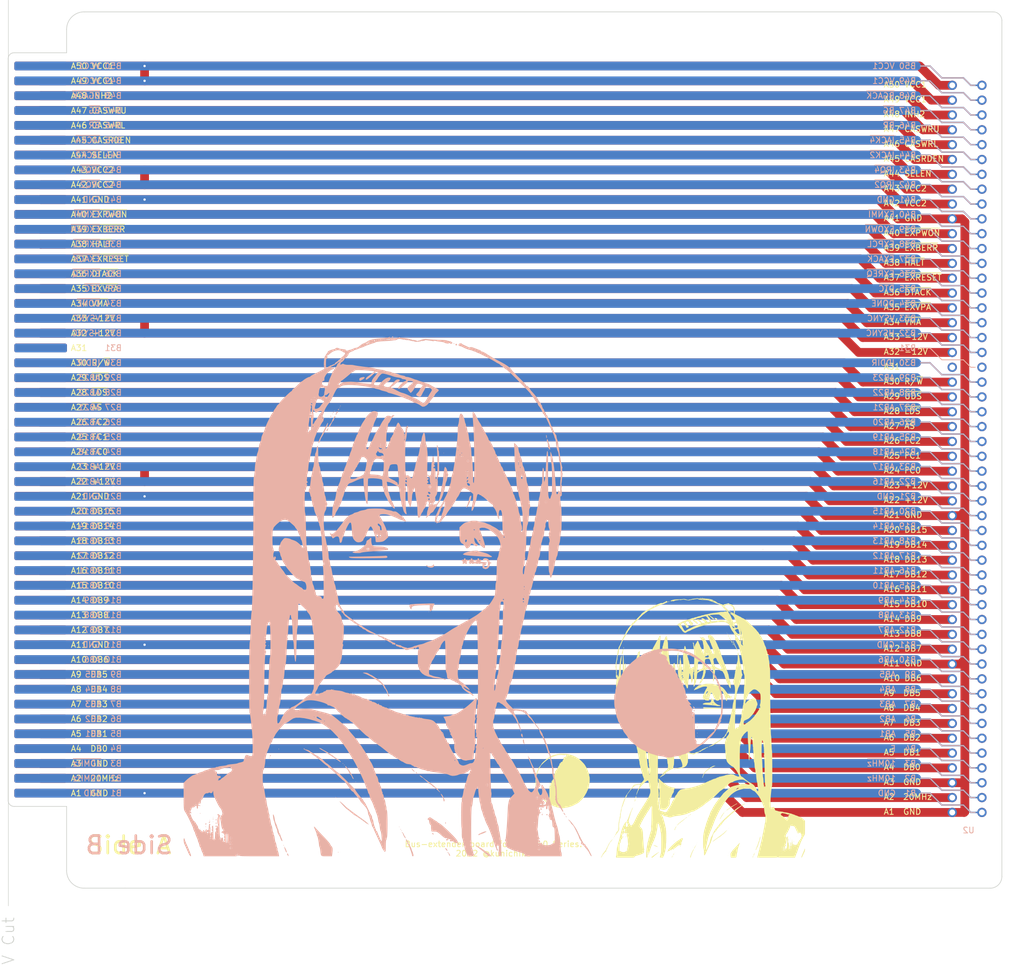
<source format=kicad_pcb>
(kicad_pcb (version 20211014) (generator pcbnew)
  (layers (0 "F.Cu" signal) (31 "B.Cu" signal) (34 "B.Paste" user) (35 "F.Paste" user) (36 "B.SilkS" user "B.Silkscreen") (37 "F.SilkS" user "F.Silkscreen") (38 "B.Mask" user) (39 "F.Mask" user) (44 "Edge.Cuts" user))
  (net 0 "")
  (net 1 "Net-(U1-PadA1)")
  (net 2 "Net-(U1-PadA2)")
  (net 3 "Net-(U1-PadA4)")
  (net 4 "Net-(U1-PadA5)")
  (net 5 "Net-(U1-PadA6)")
  (net 6 "Net-(U1-PadA7)")
  (net 7 "Net-(U1-PadA8)")
  (net 8 "Net-(U1-PadA9)")
  (net 9 "Net-(U1-PadA10)")
  (net 10 "Net-(U1-PadA12)")
  (net 11 "Net-(U1-PadA13)")
  (net 12 "Net-(U1-PadA14)")
  (net 13 "Net-(U1-PadA15)")
  (net 14 "Net-(U1-PadA16)")
  (net 15 "Net-(U1-PadA17)")
  (net 16 "Net-(U1-PadA18)")
  (net 17 "Net-(U1-PadA19)")
  (net 18 "Net-(U1-PadA20)")
  (net 19 "Net-(U1-PadA22)")
  (net 20 "Net-(U1-PadA24)")
  (net 21 "Net-(U1-PadA25)")
  (net 22 "Net-(U1-PadA26)")
  (net 23 "Net-(U1-PadA27)")
  (net 24 "Net-(U1-PadA28)")
  (net 25 "Net-(U1-PadA29)")
  (net 26 "Net-(U1-PadA30)")
  (net 28 "Net-(U1-PadA32)")
  (net 29 "Net-(U1-PadA34)")
  (net 30 "Net-(U1-PadA35)")
  (net 31 "Net-(U1-PadA36)")
  (net 32 "Net-(U1-PadA37)")
  (net 33 "Net-(U1-PadA38)")
  (net 34 "Net-(U1-PadA39)")
  (net 35 "Net-(U1-PadA40)")
  (net 36 "Net-(U1-PadA42)")
  (net 37 "Net-(U1-PadA44)")
  (net 38 "Net-(U1-PadA45)")
  (net 39 "Net-(U1-PadA46)")
  (net 40 "Net-(U1-PadA47)")
  (net 41 "Net-(U1-PadA48)")
  (net 42 "Net-(U1-PadA49)")
  (net 43 "Net-(U1-PadB2)")
  (net 44 "Net-(U1-PadB3)")
  (net 45 "Net-(U1-PadB4)")
  (net 46 "Net-(U1-PadB5)")
  (net 47 "Net-(U1-PadB6)")
  (net 48 "Net-(U1-PadB7)")
  (net 49 "Net-(U1-PadB8)")
  (net 50 "Net-(U1-PadB9)")
  (net 51 "Net-(U1-PadB10)")
  (net 52 "Net-(U1-PadB12)")
  (net 53 "Net-(U1-PadB13)")
  (net 54 "Net-(U1-PadB14)")
  (net 55 "Net-(U1-PadB15)")
  (net 56 "Net-(U1-PadB16)")
  (net 57 "Net-(U1-PadB17)")
  (net 58 "Net-(U1-PadB18)")
  (net 59 "Net-(U1-PadB19)")
  (net 60 "Net-(U1-PadB20)")
  (net 61 "Net-(U1-PadB22)")
  (net 62 "Net-(U1-PadB23)")
  (net 63 "Net-(U1-PadB24)")
  (net 64 "Net-(U1-PadB25)")
  (net 65 "Net-(U1-PadB26)")
  (net 66 "Net-(U1-PadB27)")
  (net 67 "Net-(U1-PadB28)")
  (net 68 "Net-(U1-PadB29)")
  (net 69 "Net-(U1-PadB30)")
  (net 71 "Net-(U1-PadB32)")
  (net 72 "Net-(U1-PadB33)")
  (net 73 "Net-(U1-PadB34)")
  (net 74 "Net-(U1-PadB35)")
  (net 75 "Net-(U1-PadB36)")
  (net 76 "Net-(U1-PadB37)")
  (net 77 "Net-(U1-PadB38)")
  (net 78 "Net-(U1-PadB40)")
  (net 79 "Net-(U1-PadB42)")
  (net 80 "Net-(U1-PadB43)")
  (net 81 "Net-(U1-PadB44)")
  (net 82 "Net-(U1-PadB45)")
  (net 83 "Net-(U1-PadB46)")
  (net 84 "Net-(U1-PadB47)")
  (net 85 "Net-(U1-PadB48)")
  (net 88 "Net-(U1-PadB39)")
  (footprint "x68000-ext:Kepler-chan-50x50" (layer "F.Cu") (at 138.780192 142.237048)
    (fp_text reference "G***")
    (fp_text value "LOGO" hide)
  )
  (footprint "MountingHole:MountingHole_3.2mm_M3" (layer "F.Cu") (at 173 27.5)
    (fp_text reference "H1" hide)
    (fp_text value "MountingHole")
  )
  (footprint "x68000-ext:x68000-ext-cardedge-long" (layer "F.Cu") (at 37.465 93.98)
    (fp_text reference "U1" hide)
    (fp_text value "Bus-X68000-ext-simple")
    (fp_line (start 3 -71.5) (end 158.5 -71.5) (layer "Edge.Cuts") (width 0.12))
    (fp_line (start 0 64.5) (end -9 64.5) (layer "Edge.Cuts") (width 0.12))
    (fp_line (start 0 -64.5) (end -9 -64.5) (layer "Edge.Cuts") (width 0.12))
    (fp_line (start 3 78.5) (end 10 78.5) (layer "Edge.Cuts") (width 0.12))
    (fp_line (start -10 -63.5) (end -10 0) (layer "Edge.Cuts") (width 0.12))
    (fp_line (start -10 63.5) (end -10 0) (layer "Edge.Cuts") (width 0.12))
    (fp_line (start 0 -68.5) (end 0 -64.5) (layer "Edge.Cuts") (width 0.12))
    (fp_line (start 0 75.5) (end 0 64.5) (layer "Edge.Cuts") (width 0.12))
    (fp_line (start 10 78.5) (end 158 78.5) (layer "Edge.Cuts") (width 0.12))
    (fp_line (start 160 -70) (end 160 76.5) (layer "Edge.Cuts") (width 0.12))
    (fp_arc (start 0 -68.5) (mid 0.87868 -70.62132) (end 3 -71.5) (layer "Edge.Cuts") (width 0.12))
    (fp_arc (start 160 76.5) (mid 159.414214 77.914214) (end 158 78.5) (layer "Edge.Cuts") (width 0.12))
    (fp_arc (start 3 78.5) (mid 0.87868 77.62132) (end 0 75.5) (layer "Edge.Cuts") (width 0.12))
    (fp_arc (start 158.5 -71.5) (mid 159.56066 -71.06066) (end 160 -70) (layer "Edge.Cuts") (width 0.12))
    (fp_arc (start -10 -63.5) (mid -9.707107 -64.207107) (end -9 -64.5) (layer "Edge.Cuts") (width 0.12))
    (fp_arc (start -9 64.5) (mid -9.707107 64.207107) (end -10 63.5) (layer "Edge.Cuts") (width 0.12))
  )
  (footprint "MountingHole:MountingHole_3.2mm_M3" (layer "F.Cu") (at 173 167.5)
    (fp_text reference "H2" hide)
    (fp_text value "MountingHole")
  )
  (footprint "x68000-ext:Hirose-CR22-100D-2.54DS(70)" (layer "F.Cu") (at 191.516 97.282 90)
    (fp_text reference "U2")
    (fp_text value "Bus-X68000-ext-simple")
  )
  (footprint "x68000-ext:Kepler-chan-100x100" (layer "B.Cu") (at 107.5 117 180)
    (fp_text reference "G***")
    (fp_text value "LOGO" hide)
  )
  (gr_line (start 185.166 49.53) (end 187.198 51.562) (layer "B.SilkS") (width 0.15))
  (gr_line (start 187.198 33.782) (end 190.881 33.782) (layer "B.SilkS") (width 0.15))
  (gr_line (start 183.515 151.13) (end 185.166 151.13) (layer "B.SilkS") (width 0.15))
  (gr_line (start 187.198 76.962) (end 190.881 76.962) (layer "B.SilkS") (width 0.15))
  (gr_line (start 190.881 71.882) (end 192.151 73.152) (layer "B.SilkS") (width 0.15))
  (gr_line (start 187.198 104.902) (end 190.881 104.902) (layer "B.SilkS") (width 0.15))
  (gr_line (start 183.515 57.15) (end 185.166 57.15) (layer "B.SilkS") (width 0.15))
  (gr_line (start 185.166 90.17) (end 187.198 92.202) (layer "B.SilkS") (width 0.15))
  (gr_line (start 187.198 112.522) (end 190.881 112.522) (layer "B.SilkS") (width 0.15))
  (gr_line (start 185.166 143.51) (end 187.198 145.542) (layer "B.SilkS") (width 0.15))
  (gr_line (start 183.515 59.69) (end 185.166 59.69) (layer "B.SilkS") (width 0.15))
  (gr_line (start 192.151 98.552) (end 192.913 98.552) (layer "B.SilkS") (width 0.15))
  (gr_line (start 187.198 69.342) (end 190.881 69.342) (layer "B.SilkS") (width 0.15))
  (gr_line (start 185.166 80.01) (end 187.198 82.042) (layer "B.SilkS") (width 0.15))
  (gr_line (start 190.881 145.542) (end 192.151 146.812) (layer "B.SilkS") (width 0.15))
  (gr_line (start 187.198 36.322) (end 190.881 36.322) (layer "B.SilkS") (width 0.15))
  (gr_line (start 183.515 143.51) (end 185.166 143.51) (layer "B.SilkS") (width 0.15))
  (gr_line (start 187.198 64.262) (end 190.881 64.262) (layer "B.SilkS") (width 0.15))
  (gr_line (start 185.166 138.43) (end 187.198 140.462) (layer "B.SilkS") (width 0.15))
  (gr_line (start 183.515 102.87) (end 185.166 102.87) (layer "B.SilkS") (width 0.15))
  (gr_line (start 185.166 153.67) (end 187.198 155.702) (layer "B.SilkS") (width 0.15))
  (gr_line (start 183.515 31.75) (end 185.166 31.75) (layer "B.SilkS") (width 0.15))
  (gr_line (start 187.198 94.742) (end 190.881 94.742) (layer "B.SilkS") (width 0.15))
  (gr_line (start 192.151 96.012) (end 192.913 96.012) (layer "B.SilkS") (width 0.15))
  (gr_line (start 187.198 155.702) (end 190.881 155.702) (layer "B.SilkS") (width 0.15))
  (gr_line (start 187.198 158.242) (end 190.881 158.242) (layer "B.SilkS") (width 0.15))
  (gr_line (start 185.166 130.81) (end 187.198 132.842) (layer "B.SilkS") (width 0.15))
  (gr_line (start 192.151 62.992) (end 192.913 62.992) (layer "B.SilkS") (width 0.15))
  (gr_line (start 183.515 44.45) (end 185.166 44.45) (layer "B.SilkS") (width 0.15))
  (gr_line (start 183.515 130.81) (end 185.166 130.81) (layer "B.SilkS") (width 0.15))
  (gr_line (start 185.166 52.07) (end 187.198 54.102) (layer "B.SilkS") (width 0.15))
  (gr_line (start 192.151 121.412) (end 192.913 121.412) (layer "B.SilkS") (width 0.15))
  (gr_line (start 183.515 82.55) (end 185.166 82.55) (layer "B.SilkS") (width 0.15))
  (gr_line (start 183.515 148.59) (end 185.166 148.59) (layer "B.SilkS") (width 0.15))
  (gr_line (start 192.151 75.692) (end 192.913 75.692) (layer "B.SilkS") (width 0.15))
  (gr_line (start 190.881 64.262) (end 192.151 65.532) (layer "B.SilkS") (width 0.15))
  (gr_line (start 183.515 128.27) (end 185.166 128.27) (layer "B.SilkS") (width 0.15))
  (gr_line (start 187.198 115.062) (end 190.881 115.062) (layer "B.SilkS") (width 0.15))
  (gr_line (start 187.198 92.202) (end 190.881 92.202) (layer "B.SilkS") (width 0.15))
  (gr_line (start 185.166 77.47) (end 187.198 79.502) (layer "B.SilkS") (width 0.15))
  (gr_line (start 183.515 36.83) (end 185.166 36.83) (layer "B.SilkS") (width 0.15))
  (gr_line (start 187.198 79.502) (end 190.881 79.502) (layer "B.SilkS") (width 0.15))
  (gr_line (start 185.166 97.79) (end 187.198 99.822) (layer "B.SilkS") (width 0.15))
  (gr_line (start 190.881 135.382) (end 192.151 136.652) (layer "B.SilkS") (width 0.15))
  (gr_line (start 183.515 120.65) (end 185.166 120.65) (layer "B.SilkS") (width 0.15))
  (gr_line (start 190.881 87.122) (end 192.151 88.392) (layer "B.SilkS") (width 0.15))
  (gr_line (start 187.198 120.142) (end 190.881 120.142) (layer "B.SilkS") (width 0.15))
  (gr_line (start 190.881 97.282) (end 192.151 98.552) (layer "B.SilkS") (width 0.15))
  (gr_line (start 185.166 54.61) (end 187.198 56.642) (layer "B.SilkS") (width 0.15))
  (gr_line (start 183.515 105.41) (end 185.166 105.41) (layer "B.SilkS") (width 0.15))
  (gr_line (start 183.515 67.31) (end 185.166 67.31) (layer "B.SilkS") (width 0.15))
  (gr_line (start 187.198 61.722) (end 190.881 61.722) (layer "B.SilkS") (width 0.15))
  (gr_line (start 187.198 127.762) (end 190.881 127.762) (layer "B.SilkS") (width 0.15))
  (gr_line (start 192.151 134.112) (end 192.913 134.112) (layer "B.SilkS") (width 0.15))
  (gr_line (start 192.151 103.632) (end 192.913 103.632) (layer "B.SilkS") (width 0.15))
  (gr_line (start 183.515 72.39) (end 185.166 72.39) (layer "B.SilkS") (width 0.15))
  (gr_line (start 190.881 89.662) (end 192.151 90.932) (layer "B.SilkS") (width 0.15))
  (gr_line (start 183.515 115.57) (end 185.166 115.57) (layer "B.SilkS") (width 0.15))
  (gr_line (start 183.515 34.29) (end 185.166 34.29) (layer "B.SilkS") (width 0.15))
  (gr_line (start 187.198 71.882) (end 190.881 71.882) (layer "B.SilkS") (width 0.15))
  (gr_line (start 190.881 92.202) (end 192.151 93.472) (layer "B.SilkS") (width 0.15))
  (gr_line (start 185.166 151.13) (end 187.198 153.162) (layer "B.SilkS") (width 0.15))
  (gr_line (start 187.198 56.642) (end 190.881 56.642) (layer "B.SilkS") (width 0.15))
  (gr_line (start 192.151 108.712) (end 192.913 108.712) (layer "B.SilkS") (width 0.15))
  (gr_line (start 192.151 126.492) (end 192.913 126.492) (layer "B.SilkS") (width 0.15))
  (gr_line (start 185.166 67.31) (end 187.198 69.342) (layer "B.SilkS") (width 0.15))
  (gr_line (start 192.151 146.812) (end 192.913 146.812) (layer "B.SilkS") (width 0.15))
  (gr_line (start 192.151 136.652) (end 192.913 136.652) (layer "B.SilkS") (width 0.15))
  (gr_line (start 183.515 64.77) (end 185.166 64.77) (layer "B.SilkS") (width 0.15))
  (gr_line (start 187.198 137.922) (end 190.881 137.922) (layer "B.SilkS") (width 0.15))
  (gr_line (start 192.151 85.852) (end 192.913 85.852) (layer "B.SilkS") (width 0.15))
  (gr_line (start 187.198 74.422) (end 190.881 74.422) (layer "B.SilkS") (width 0.15))
  (gr_line (start 192.151 111.252) (end 192.913 111.252) (layer "B.SilkS") (width 0.15))
  (gr_line (start 192.151 106.172) (end 192.913 106.172) (layer "B.SilkS") (width 0.15))
  (gr_line (start 192.151 80.772) (end 192.913 80.772) (layer "B.SilkS") (width 0.15))
  (gr_line (start 192.151 93.472) (end 192.913 93.472) (layer "B.SilkS") (width 0.15))
  (gr_line (start 190.881 112.522) (end 192.151 113.792) (layer "B.SilkS") (width 0.15))
  (gr_line (start 183.515 46.99) (end 185.166 46.99) (layer "B.SilkS") (width 0.15))
  (gr_line (start 192.151 37.592) (end 192.913 37.592) (layer "B.SilkS") (width 0.15))
  (gr_line (start 185.166 44.45) (end 187.198 46.482) (layer "B.SilkS") (width 0.15))
  (gr_line (start 183.515 156.21) (end 185.166 156.21) (layer "B.SilkS") (width 0.15))
  (gr_line (start 192.151 50.292) (end 192.913 50.292) (layer "B.SilkS") (width 0.15))
  (gr_line (start 192.151 68.072) (end 192.913 68.072) (layer "B.SilkS") (width 0.15))
  (gr_line (start 187.198 153.162) (end 190.881 153.162) (layer "B.SilkS") (width 0.15))
  (gr_line (start 185.166 123.19) (end 187.198 125.222) (layer "B.SilkS") (width 0.15))
  (gr_line (start 190.881 33.782) (end 192.151 35.052) (layer "B.SilkS") (width 0.15))
  (gr_line (start 190.881 155.702) (end 192.151 156.972) (layer "B.SilkS") (width 0.15))
  (gr_line (start 187.198 38.862) (end 190.881 38.862) (layer "B.SilkS") (width 0.15))
  (gr_line (start 185.166 148.59) (end 187.198 150.622) (layer "B.SilkS") (width 0.15))
  (gr_line (start 187.198 140.462) (end 190.881 140.462) (layer "B.SilkS") (width 0.15))
  (gr_line (start 183.515 95.25) (end 185.166 95.25) (layer "B.SilkS") (width 0.15))
  (gr_line (start 185.166 87.63) (end 187.198 89.662) (layer "B.SilkS") (width 0.15))
  (gr_line (start 185.166 135.89) (end 187.198 137.922) (layer "B.SilkS") (width 0.15))
  (gr_line (start 185.166 34.29) (end 187.198 36.322) (layer "B.SilkS") (width 0.15))
  (gr_line (start 183.515 138.43) (end 185.166 138.43) (layer "B.SilkS") (width 0.15))
  (gr_line (start 190.881 59.182) (end 192.151 60.452) (layer "B.SilkS") (width 0.15))
  (gr_line (start 190.881 148.082) (end 192.151 149.352) (layer "B.SilkS") (width 0.15))
  (gr_line (start 185.166 128.27) (end 187.198 130.302) (layer "B.SilkS") (width 0.15))
  (gr_line (start 185.166 140.97) (end 187.198 143.002) (layer "B.SilkS") (width 0.15))
  (gr_line (start 185.166 82.55) (end 187.198 84.582) (layer "B.SilkS") (width 0.15))
  (gr_line (start 192.151 78.232) (end 192.913 78.232) (layer "B.SilkS") (width 0.15))
  (gr_line (start 185.166 107.95) (end 187.198 109.982) (layer "B.SilkS") (width 0.15))
  (gr_line (start 183.515 69.85) (end 185.166 69.85) (layer "B.SilkS") (width 0.15))
  (gr_line (start 185.166 118.11) (end 187.198 120.142) (layer "B.SilkS") (width 0.15))
  (gr_line (start 192.151 52.832) (end 192.913 52.832) (layer "B.SilkS") (width 0.15))
  (gr_line (start 190.881 115.062) (end 192.151 116.332) (layer "B.SilkS") (width 0.15))
  (gr_line (start 190.881 49.022) (end 192.151 50.292) (layer "B.SilkS") (width 0.15))
  (gr_line (start 187.198 143.002) (end 190.881 143.002) (layer "B.SilkS") (width 0.15))
  (gr_line (start 187.198 117.602) (end 190.881 117.602) (layer "B.SilkS") (width 0.15))
  (gr_line (start 190.881 130.302) (end 192.151 131.572) (layer "B.SilkS") (width 0.15))
  (gr_line (start 192.151 159.512) (end 192.913 159.512) (layer "B.SilkS") (width 0.15))
  (gr_line (start 192.151 141.732) (end 192.913 141.732) (layer "B.SilkS") (width 0.15))
  (gr_line (start 183.515 135.89) (end 185.166 135.89) (layer "B.SilkS") (width 0.15))
  (gr_line (start 192.151 47.752) (end 192.913 47.752) (layer "B.SilkS") (width 0.15))
  (gr_line (start 190.881 150.622) (end 192.151 151.892) (layer "B.SilkS") (width 0.15))
  (gr_line (start 187.198 150.622) (end 190.881 150.622) (layer "B.SilkS") (width 0.15))
  (gr_line (start 187.198 125.222) (end 190.881 125.222) (layer "B.SilkS") (width 0.15))
  (gr_line (start 190.881 82.042) (end 192.151 83.312) (layer "B.SilkS") (width 0.15))
  (gr_line (start 183.515 74.93) (end 185.166 74.93) (layer "B.SilkS") (width 0.15))
  (gr_line (start 185.166 46.99) (end 187.198 49.022) (layer "B.SilkS") (width 0.15))
  (gr_line (start 185.166 72.39) (end 187.198 74.422) (layer "B.SilkS") (width 0.15))
  (gr_line (start 183.515 85.09) (end 185.166 85.09) (layer "B.SilkS") (width 0.15))
  (gr_line (start 192.151 65.532) (end 192.913 65.532) (layer "B.SilkS") (width 0.15))
  (gr_line (start 192.151 73.152) (end 192.913 73.152) (layer "B.SilkS") (width 0.15))
  (gr_line (start 190.881 56.642) (end 192.151 57.912) (layer "B.SilkS") (width 0.15))
  (gr_line (start 185.166 156.21) (end 187.198 158.242) (layer "B.SilkS") (width 0.15))
  (gr_line (start 183.515 125.73) (end 185.166 125.73) (layer "B.SilkS") (width 0.15))
  (gr_line (start 187.198 148.082) (end 190.881 148.082) (layer "B.SilkS") (width 0.15))
  (gr_line (start 190.881 69.342) (end 192.151 70.612) (layer "B.SilkS") (width 0.15))
  (gr_line (start 190.881 61.722) (end 192.151 62.992) (layer "B.SilkS") (width 0.15))
  (gr_line (start 192.151 83.312) (end 192.913 83.312) (layer "B.SilkS") (width 0.15))
  (gr_line (start 185.166 31.75) (end 187.198 33.782) (layer "B.SilkS") (width 0.15))
  (gr_line (start 183.515 41.91) (end 185.166 41.91) (layer "B.SilkS") (width 0.15))
  (gr_line (start 187.198 135.382) (end 190.881 135.382) (layer "B.SilkS") (width 0.15))
  (gr_line (start 183.515 107.95) (end 185.166 107.95) (layer "B.SilkS") (width 0.15))
  (gr_line (start 187.198 41.402) (end 190.881 41.402) (layer "B.SilkS") (width 0.15))
  (gr_line (start 190.881 109.982) (end 192.151 111.252) (layer "B.SilkS") (width 0.15))
  (gr_line (start 190.881 153.162) (end 192.151 154.432) (layer "B.SilkS") (width 0.15))
  (gr_line (start 183.515 92.71) (end 185.166 92.71) (layer "B.SilkS") (width 0.15))
  (gr_line (start 183.515 90.17) (end 185.166 90.17) (layer "B.SilkS") (width 0.15))
  (gr_line (start 190.881 140.462) (end 192.151 141.732) (layer "B.SilkS") (width 0.15))
  (gr_line (start 187.198 132.842) (end 190.881 132.842) (layer "B.SilkS") (width 0.15))
  (gr_line (start 190.881 74.422) (end 192.151 75.692) (layer "B.SilkS") (width 0.15))
  (gr_line (start 185.166 59.69) (end 187.198 61.722) (layer "B.SilkS") (width 0.15))
  (gr_line (start 185.166 39.37) (end 187.198 41.402) (layer "B.SilkS") (width 0.15))
  (gr_line (start 185.166 92.71) (end 187.198 94.742) (layer "B.SilkS") (width 0.15))
  (gr_line (start 190.881 120.142) (end 192.151 121.412) (layer "B.SilkS") (width 0.15))
  (gr_line (start 192.151 35.052) (end 192.913 35.052) (layer "B.SilkS") (width 0.15))
  (gr_line (start 192.151 116.332) (end 192.913 116.332) (layer "B.SilkS") (width 0.15))
  (gr_line (start 187.198 49.022) (end 190.881 49.022) (layer "B.SilkS") (width 0.15))
  (gr_line (start 187.198 54.102) (end 190.881 54.102) (layer "B.SilkS") (width 0.15))
  (gr_line (start 183.515 133.35) (end 185.166 133.35) (layer "B.SilkS") (width 0.15))
  (gr_line (start 192.151 156.972) (end 192.913 156.972) (layer "B.SilkS") (width 0.15))
  (gr_line (start 183.515 123.19) (end 185.166 123.19) (layer "B.SilkS") (width 0.15))
  (gr_line (start 187.198 89.662) (end 190.881 89.662) (layer "B.SilkS") (width 0.15))
  (gr_line (start 192.151 88.392) (end 192.913 88.392) (layer "B.SilkS") (width 0.15))
  (gr_line (start 187.198 130.302) (end 190.881 130.302) (layer "B.SilkS") (width 0.15))
  (gr_line (start 183.515 62.23) (end 185.166 62.23) (layer "B.SilkS") (width 0.15))
  (gr_line (start 183.515 52.07) (end 185.166 52.07) (layer "B.SilkS") (width 0.15))
  (gr_line (start 192.151 118.872) (end 192.913 118.872) (layer "B.SilkS") (width 0.15))
  (gr_line (start 192.151 129.032) (end 192.913 129.032) (layer "B.SilkS") (width 0.15))
  (gr_line (start 185.166 110.49) (end 187.198 112.522) (layer "B.SilkS") (width 0.15))
  (gr_line (start 190.881 51.562) (end 192.151 52.832) (layer "B.SilkS") (width 0.15))
  (gr_line (start 183.515 49.53) (end 185.166 49.53) (layer "B.SilkS") (width 0.15))
  (gr_line (start 190.881 102.362) (end 192.151 103.632) (layer "B.SilkS") (width 0.15))
  (gr_line (start 183.515 118.11) (end 185.166 118.11) (layer "B.SilkS") (width 0.15))
  (gr_line (start 187.198 66.802) (end 190.881 66.802) (layer "B.SilkS") (width 0.15))
  (gr_line (start 183.515 113.03) (end 185.166 113.03) (layer "B.SilkS") (width 0.15))
  (gr_line (start 185.166 125.73) (end 187.198 127.762) (layer "B.SilkS") (width 0.15))
  (gr_line (start 185.166 105.41) (end 187.198 107.442) (layer "B.SilkS") (width 0.15))
  (gr_line (start 190.881 158.242) (end 192.151 159.512) (layer "B.SilkS") (width 0.15))
  (gr_line (start 183.515 146.05) (end 185.166 146.05) (layer "B.SilkS") (width 0.15))
  (gr_line (start 185.166 113.03) (end 187.198 115.062) (layer "B.SilkS") (width 0.15))
  (gr_line (start 187.198 122.682) (end 190.881 122.682) (layer "B.SilkS") (width 0.15))
  (gr_line (start 190.881 104.902) (end 192.151 106.172) (layer "B.SilkS") (width 0.15))
  (gr_line (start 183.515 77.47) (end 185.166 77.47) (layer "B.SilkS") (width 0.15))
  (gr_line (start 187.198 59.182) (end 190.881 59.182) (layer "B.SilkS") (width 0.15))
  (gr_line (start 190.881 46.482) (end 192.151 47.752) (layer "B.SilkS") (width 0.15))
  (gr_line (start 190.881 66.802) (end 192.151 68.072) (layer "B.SilkS") (width 0.15))
  (gr_line (start 192.151 123.952) (end 192.913 123.952) (layer "B.SilkS") (width 0.15))
  (gr_line (start 185.166 133.35) (end 187.198 135.382) (layer "B.SilkS") (width 0.15))
  (gr_line (start 192.151 144.272) (end 192.913 144.272) (layer "B.SilkS") (width 0.15))
  (gr_line (start 185.166 57.15) (end 187.198 59.182) (layer "B.SilkS") (width 0.15))
  (gr_line (start 185.166 62.23) (end 187.198 64.262) (layer "B.SilkS") (width 0.15))
  (gr_line (start 190.881 54.102) (end 192.151 55.372) (layer "B.SilkS") (width 0.15))
  (gr_line (start 185.166 85.09) (end 187.198 87.122) (layer "B.SilkS") (width 0.15))
  (gr_line (start 185.166 36.83) (end 187.198 38.862) (layer "B.SilkS") (width 0.15))
  (gr_line (start 190.881 107.442) (end 192.151 108.712) (layer "B.SilkS") (width 0.15))
  (gr_line (start 185.166 102.87) (end 187.198 104.902) (layer "B.SilkS") (width 0.15))
  (gr_line (start 192.151 139.192) (end 192.913 139.192) (layer "B.SilkS") (width 0.15))
  (gr_line (start 190.881 117.602) (end 192.151 118.872) (layer "B.SilkS") (width 0.15))
  (gr_line (start 185.166 69.85) (end 187.198 71.882) (layer "B.SilkS") (width 0.15))
  (gr_line (start 192.151 151.892) (end 192.913 151.892) (layer "B.SilkS") (width 0.15))
  (gr_line (start 187.198 84.582) (end 190.881 84.582) (layer "B.SilkS") (width 0.15))
  (gr_line (start 183.515 39.37) (end 185.166 39.37) (layer "B.SilkS") (width 0.15))
  (gr_line (start 185.166 95.25) (end 187.198 97.282) (layer "B.SilkS") (width 0.15))
  (gr_line (start 187.198 107.442) (end 190.881 107.442) (layer "B.SilkS") (width 0.15))
  (gr_line (start 183.515 153.67) (end 185.166 153.67) (layer "B.SilkS") (width 0.15))
  (gr_line (start 190.881 41.402) (end 192.151 42.672) (layer "B.SilkS") (width 0.15))
  (gr_line (start 190.881 132.842) (end 192.151 134.112) (layer "B.SilkS") (width 0.15))
  (gr_line (start 190.881 38.862) (end 192.151 40.132) (layer "B.SilkS") (width 0.15))
  (gr_line (start 187.198 51.562) (end 190.881 51.562) (layer "B.SilkS") (width 0.15))
  (gr_line (start 187.198 43.942) (end 190.881 43.942) (layer "B.SilkS") (width 0.15))
  (gr_line (start 190.881 99.822) (end 192.151 101.092) (layer "B.SilkS") (width 0.15))
  (gr_line (start 187.198 145.542) (end 190.881 145.542) (layer "B.SilkS") (width 0.15))
  (gr_line (start 192.151 57.912) (end 192.913 57.912) (layer "B.SilkS") (width 0.15))
  (gr_line (start 190.881 76.962) (end 192.151 78.232) (layer "B.SilkS") (width 0.15))
  (gr_line (start 185.166 115.57) (end 187.198 117.602) (layer "B.SilkS") (width 0.15))
  (gr_line (start 190.881 143.002) (end 192.151 144.272) (layer "B.SilkS") (width 0.15))
  (gr_line (start 183.515 140.97) (end 185.166 140.97) (layer "B.SilkS") (width 0.15))
  (gr_line (start 183.515 54.61) (end 185.166 54.61) (layer "B.SilkS") (width 0.15))
  (gr_line (start 185.166 64.77) (end 187.198 66.802) (layer "B.SilkS") (width 0.15))
  (gr_line (start 185.166 100.33) (end 187.198 102.362) (layer "B.SilkS") (width 0.15))
  (gr_line (start 190.881 137.922) (end 192.151 139.192) (layer "B.SilkS") (width 0.15))
  (gr_line (start 190.881 127.762) (end 192.151 129.032) (layer "B.SilkS") (width 0.15))
  (gr_line (start 185.166 74.93) (end 187.198 76.962) (layer "B.SilkS") (width 0.15))
  (gr_line (start 183.515 100.33) (end 185.166 100.33) (layer "B.SilkS") (width 0.15))
  (gr_line (start 187.198 97.282) (end 190.881 97.282) (layer "B.SilkS") (width 0.15))
  (gr_line (start 192.151 149.352) (end 192.913 149.352) (layer "B.SilkS") (width 0.15))
  (gr_line (start 190.881 94.742) (end 192.151 96.012) (layer "B.SilkS") (width 0.15))
  (gr_line (start 190.881 84.582) (end 192.151 85.852) (layer "B.SilkS") (width 0.15))
  (gr_line (start 183.515 87.63) (end 185.166 87.63) (layer "B.SilkS") (width 0.15))
  (gr_line (start 183.515 97.79) (end 185.166 97.79) (layer "B.SilkS") (width 0.15))
  (gr_line (start 192.151 154.432) (end 192.913 154.432) (layer "B.SilkS") (width 0.15))
  (gr_line (start 190.881 122.682) (end 192.151 123.952) (layer "B.SilkS") (width 0.15))
  (gr_line (start 192.151 55.372) (end 192.913 55.372) (layer "B.SilkS") (width 0.15))
  (gr_line (start 192.151 101.092) (end 192.913 101.092) (layer "B.SilkS") (width 0.15))
  (gr_line (start 192.151 40.132) (end 192.913 40.132) (layer "B.SilkS") (width 0.15))
  (gr_line (start 190.881 79.502) (end 192.151 80.772) (layer "B.SilkS") (width 0.15))
  (gr_line (start 187.198 82.042) (end 190.881 82.042) (layer "B.SilkS") (width 0.15))
  (gr_line (start 187.198 99.822) (end 190.881 99.822) (layer "B.SilkS") (width 0.15))
  (gr_line (start 192.151 42.672) (end 192.913 42.672) (layer "B.SilkS") (width 0.15))
  (gr_line (start 190.881 43.942) (end 192.151 45.212) (layer "B.SilkS") (width 0.15))
  (gr_line (start 192.151 45.212) (end 192.913 45.212) (layer "B.SilkS") (width 0.15))
  (gr_line (start 190.881 125.222) (end 192.151 126.492) (layer "B.SilkS") (width 0.15))
  (gr_line (start 190.881 36.322) (end 192.151 37.592) (layer "B.SilkS") (width 0.15))
  (gr_line (start 187.198 109.982) (end 190.881 109.982) (layer "B.SilkS") (width 0.15))
  (gr_line (start 192.151 70.612) (end 192.913 70.612) (layer "B.SilkS") (width 0.15))
  (gr_line (start 183.515 80.01) (end 185.166 80.01) (layer "B.SilkS") (width 0.15))
  (gr_line (start 192.151 60.452) (end 192.913 60.452) (layer "B.SilkS") (width 0.15))
  (gr_line (start 187.198 102.362) (end 190.881 102.362) (layer "B.SilkS") (width 0.15))
  (gr_line (start 192.151 113.792) (end 192.913 113.792) (layer "B.SilkS") (width 0.15))
  (gr_line (start 185.166 120.65) (end 187.198 122.682) (layer "B.SilkS") (width 0.15))
  (gr_line (start 192.151 90.932) (end 192.913 90.932) (layer "B.SilkS") (width 0.15))
  (gr_line (start 187.198 87.122) (end 190.881 87.122) (layer "B.SilkS") (width 0.15))
  (gr_line (start 187.198 46.482) (end 190.881 46.482) (layer "B.SilkS") (width 0.15))
  (gr_line (start 192.151 131.572) (end 192.913 131.572) (layer "B.SilkS") (width 0.15))
  (gr_line (start 183.515 110.49) (end 185.166 110.49) (layer "B.SilkS") (width 0.15))
  (gr_line (start 185.166 146.05) (end 187.198 148.082) (layer "B.SilkS") (width 0.15))
  (gr_line (start 185.166 41.91) (end 187.198 43.942) (layer "B.SilkS") (width 0.15))
  (gr_line (start 27.5 20.5) (end 27.5 175.5) (layer "Edge.Cuts") (width 0.1))
  (gr_text "B34 ~{DONE}" (at 182.88 72.39) (layer "B.SilkS") (effects (font (size 1 1)) (justify left mirror)))
  (gr_text "B28 AB22" (at 182.88 87.63) (layer "B.SilkS") (effects (font (size 1 1)) (justify left mirror)))
  (gr_text "B26 AB20" (at 182.88 92.71) (layer "B.SilkS") (effects (font (size 1 1)) (justify left mirror)))
  (gr_text "B34 ~{DONE}" (at 46.99 72.39) (layer "B.SilkS") (effects (font (size 1 1)) (justify left mirror)))
  (gr_text "B32 HSYNC" (at 46.99 77.47) (layer "B.SilkS") (effects (font (size 1 1)) (justify left mirror)))
  (gr_text "B22 AB16" (at 46.99 102.87) (layer "B.SilkS") (effects (font (size 1 1)) (justify left mirror)))
  (gr_text "B7  AB3" (at 182.88 140.97) (layer "B.SilkS") (effects (font (size 1 1)) (justify left mirror)))
  (gr_text "B21 GND" (at 182.88 105.41) (layer "B.SilkS") (effects (font (size 1 1)) (justify left mirror)))
  (gr_text "B15 AB10" (at 46.99 120.65) (layer "B.SilkS") (effects (font (size 1 1)) (justify left mirror)))
  (gr_text "B8  AB4" (at 182.88 138.43) (layer "B.SilkS") (effects (font (size 1 1)) (justify left mirror)))
  (gr_text "B24 AB18" (at 46.99 97.79) (layer "B.SilkS") (effects (font (size 1 1)) (justify left mirror)))
  (gr_text "B22 AB16" (at 182.88 102.87) (layer "B.SilkS") (effects (font (size 1 1)) (justify left mirror)))
  (gr_text "B20 AB15" (at 182.88 107.95) (layer "B.SilkS") (effects (font (size 1 1)) (justify left mirror)))
  (gr_text "B18 AB13" (at 182.88 113.03) (layer "B.SilkS") (effects (font (size 1 1)) (justify left mirror)))
  (gr_text "B35 ~{DTC}" (at 182.88 69.85) (layer "B.SilkS") (effects (font (size 1 1)) (justify left mirror)))
  (gr_text "B30 IDDIR" (at 46.99 82.55) (layer "B.SilkS") (effects (font (size 1 1)) (justify left mirror)))
  (gr_text "B2  10MHz" (at 46.99 153.67) (layer "B.SilkS") (effects (font (size 1 1)) (justify left mirror)))
  (gr_text "B35 ~{DTC}" (at 46.99 69.85) (layer "B.SilkS") (effects (font (size 1 1)) (justify left mirror)))
  (gr_text "B37 ~{EXACK}" (at 46.99 64.77) (layer "B.SilkS") (effects (font (size 1 1)) (justify left mirror)))
  (gr_text "B17 AB12" (at 46.99 115.57) (layer "B.SilkS") (effects (font (size 1 1)) (justify left mirror)))
  (gr_text "B48 ~{BGACK}" (at 182.88 36.83) (layer "B.SilkS") (effects (font (size 1 1)) (justify left mirror)))
  (gr_text "B3  ~{10MHz}" (at 46.99 151.13) (layer "B.SilkS") (effects (font (size 1 1)) (justify left mirror)))
  (gr_text "B48 ~{BGACK}" (at 46.99 36.83) (layer "B.SilkS") (effects (font (size 1 1)) (justify left mirror)))
  (gr_text "B46 ~{BR}" (at 182.88 41.91) (layer "B.SilkS") (effects (font (size 1 1)) (justify left mirror)))
  (gr_text "B13 AB8" (at 182.88 125.73) (layer "B.SilkS") (effects (font (size 1 1)) (justify left mirror)))
  (gr_text "B1  GND" (at 182.88 156.21) (layer "B.SilkS") (effects (font (size 1 1)) (justify left mirror)))
  (gr_text "B41 GND" (at 182.88 54.61) (layer "B.SilkS") (effects (font (size 1 1)) (justify left mirror)))
  (gr_text "B3  ~{10MHz}" (at 182.88 151.13) (layer "B.SilkS") (effects (font (size 1 1)) (justify left mirror)))
  (gr_text "B50 VCC1" (at 46.99 31.75) (layer "B.SilkS") (effects (font (size 1 1)) (justify left mirror)))
  (gr_text "B14 AB9" (at 46.99 123.19) (layer "B.SilkS") (effects (font (size 1 1)) (justify left mirror)))
  (gr_text "B5  AB1" (at 182.88 146.05) (layer "B.SilkS") (effects (font (size 1 1)) (justify left mirror)))
  (gr_text "B10 AB6" (at 182.88 133.35) (layer "B.SilkS") (effects (font (size 1 1)) (justify left mirror)))
  (gr_text "B19 AB14" (at 46.99 110.49) (layer "B.SilkS") (effects (font (size 1 1)) (justify left mirror)))
  (gr_text "B20 AB15" (at 46.99 107.95) (layer "B.SilkS") (effects (font (size 1 1)) (justify left mirror)))
  (gr_text "B15 AB10" (at 182.88 120.65) (layer "B.SilkS") (effects (font (size 1 1)) (justify left mirror)))
  (gr_text "B49 VCC1" (at 46.99 34.29) (layer "B.SilkS") (effects (font (size 1 1)) (justify left mirror)))
  (gr_text "B27 AB21" (at 46.99 90.17) (layer "B.SilkS") (effects (font (size 1 1)) (justify left mirror)))
  (gr_text "B2  10MHz" (at 182.88 153.67) (layer "B.SilkS") (effects (font (size 1 1)) (justify left mirror)))
  (gr_text "B18 AB13" (at 46.99 113.03) (layer "B.SilkS") (effects (font (size 1 1)) (justify left mirror)))
  (gr_text "B40 ~{EXNMI}" (at 182.88 57.15) (layer "B.SilkS") (effects (font (size 1 1)) (justify left mirror)))
  (gr_text "B14 AB9" (at 182.88 123.19) (layer "B.SilkS") (effects (font (size 1 1)) (justify left mirror)))
  (gr_text "B16 AB11" (at 46.99 118.11) (layer "B.SilkS") (effects (font (size 1 1)) (justify left mirror)))
  (gr_text "B9  AB5" (at 46.99 135.89) (layer "B.SilkS") (effects (font (size 1 1)) (justify left mirror)))
  (gr_text "B45 ~{IACK4}" (at 46.99 44.45) (layer "B.SilkS") (effects (font (size 1 1)) (justify left mirror)))
  (gr_text "B19 AB14" (at 182.88 110.49) (layer "B.SilkS") (effects (font (size 1 1)) (justify left mirror)))
  (gr_text "B8  AB4" (at 46.99 138.43) (layer "B.SilkS") (effects (font (size 1 1)) (justify left mirror)))
  (gr_text "B33 VSYNC" (at 46.99 74.93) (layer "B.SilkS") (effects (font (size 1 1)) (justify left mirror)))
  (gr_text "B6  AB2" (at 46.99 143.51) (layer "B.SilkS") (effects (font (size 1 1)) (justify left mirror)))
  (gr_text "B44 ~{IACK2}" (at 182.88 46.99) (layer "B.SilkS") (effects (font (size 1 1)) (justify left mirror)))
  (gr_text "B17 AB12" (at 182.88 115.57) (layer "B.SilkS") (effects (font (size 1 1)) (justify left mirror)))
  (gr_text "B31" (at 182.88 80.01) (layer "B.SilkS") (effects (font (size 1 1)) (justify left mirror)))
  (gr_text "B44 ~{IACK2}" (at 46.99 46.99) (layer "B.SilkS") (effects (font (size 1 1)) (justify left mirror)))
  (gr_text "B25 AB19" (at 182.88 95.25) (layer "B.SilkS") (effects (font (size 1 1)) (justify left mirror)))
  (gr_text "B43 ~{IRQ4}" (at 182.88 49.53) (layer "B.SilkS") (effects (font (size 1 1)) (justify left mirror)))
  (gr_text "B26 AB20" (at 46.99 92.71) (layer "B.SilkS") (effects (font (size 1 1)) (justify left mirror)))
  (gr_text "B11 GND" (at 46.99 130.81) (layer "B.SilkS") (effects (font (size 1 1)) (justify left mirror)))
  (gr_text "B36 ~{EXREQ}" (at 46.99 67.31) (layer "B.SilkS") (effects (font (size 1 1)) (justify left mirror)))
  (gr_text "B23 AB17" (at 182.88 100.33) (layer "B.SilkS") (effects (font (size 1 1)) (justify left mirror)))
  (gr_text "B45 ~{IACK4}" (at 182.88 44.45) (layer "B.SilkS") (effects (font (size 1 1)) (justify left mirror)))
  (gr_text "B4  E" (at 46.99 148.59) (layer "B.SilkS") (effects (font (size 1 1)) (justify left mirror)))
  (gr_text "B29 AB23" (at 182.88 85.09) (layer "B.SilkS") (effects (font (size 1 1)) (justify left mirror)))
  (gr_text "B37 ~{EXACK}" (at 182.88 64.77) (layer "B.SilkS") (effects (font (size 1 1)) (justify left mirror)))
  (gr_text "B10 AB6" (at 46.99 133.35) (layer "B.SilkS") (effects (font (size 1 1)) (justify left mirror)))
  (gr_text "Side B" (at 55.88 165.1) (layer "B.SilkS") (effects (font (size 3 3) (thickness 0.45)) (justify left mirror)))
  (gr_text "B12 AB7" (at 182.88 128.27) (layer "B.SilkS") (effects (font (size 1 1)) (justify left mirror)))
  (gr_text "B42 ~{IRQ2}" (at 182.88 52.07) (layer "B.SilkS") (effects (font (size 1 1)) (justify left mirror)))
  (gr_text "B21 GND" (at 46.99 105.41) (layer "B.SilkS") (effects (font (size 1 1)) (justify left mirror)))
  (gr_text "B7  AB3" (at 46.99 140.97) (layer "B.SilkS") (effects (font (size 1 1)) (justify left mirror)))
  (gr_text "B1  GND" (at 46.99 156.21) (layer "B.SilkS") (effects (font (size 1 1)) (justify left mirror)))
  (gr_text "B32 HSYNC" (at 182.88 77.47) (layer "B.SilkS") (effects (font (size 1 1)) (justify left mirror)))
  (gr_text "B30 IDDIR" (at 182.88 82.55) (layer "B.SilkS") (effects (font (size 1 1)) (justify left mirror)))
  (gr_text "B39 ~{EXOWN}" (at 182.88 59.69) (layer "B.SilkS") (effects (font (size 1 1)) (justify left mirror)))
  (gr_text "B42 ~{IRQ2}" (at 46.99 52.07) (layer "B.SilkS") (effects (font (size 1 1)) (justify left mirror)))
  (gr_text "B4  E" (at 182.88 148.59) (layer "B.SilkS") (effects (font (size 1 1)) (justify left mirror)))
  (gr_text "B5  AB1" (at 46.99 146.05) (layer "B.SilkS") (effects (font (size 1 1)) (justify left mirror)))
  (gr_text "B33 VSYNC" (at 182.88 74.93) (layer "B.SilkS") (effects (font (size 1 1)) (justify left mirror)))
  (gr_text "B16 AB11" (at 182.88 118.11) (layer "B.SilkS") (effects (font (size 1 1)) (justify left mirror)))
  (gr_text "B25 AB19" (at 46.99 95.25) (layer "B.SilkS") (effects (font (size 1 1)) (justify left mirror)))
  (gr_text "B39 ~{EXOWN}" (at 46.99 59.69) (layer "B.SilkS") (effects (font (size 1 1)) (justify left mirror)))
  (gr_text "B47 ~{BG}" (at 182.88 39.37) (layer "B.SilkS") (effects (font (size 1 1)) (justify left mirror)))
  (gr_text "B38 ~{EXPCL}" (at 182.88 62.23) (layer "B.SilkS") (effects (font (size 1 1)) (justify left mirror)))
  (gr_text "B46 ~{BR}" (at 46.99 41.91) (layer "B.SilkS") (effects (font (size 1 1)) (justify left mirror)))
  (gr_text "B28 AB22" (at 46.99 87.63) (layer "B.SilkS") (effects (font (size 1 1)) (justify left mirror)))
  (gr_text "B23 AB17" (at 46.99 100.33) (layer "B.SilkS") (effects (font (size 1 1)) (justify left mirror)))
  (gr_text "B6  AB2" (at 182.88 143.51) (layer "B.SilkS") (effects (font (size 1 1)) (justify left mirror)))
  (gr_text "B49 VCC1" (at 182.88 34.29) (layer "B.SilkS") (effects (font (size 1 1)) (justify left mirror)))
  (gr_text "B11 GND" (at 182.88 130.81) (layer "B.SilkS") (effects (font (size 1 1)) (justify left mirror)))
  (gr_text "B31" (at 46.99 80.01) (layer "B.SilkS") (effects (font (size 1 1)) (justify left mirror)))
  (gr_text "B27 AB21" (at 182.88 90.17) (layer "B.SilkS") (effects (font (size 1 1)) (justify left mirror)))
  (gr_text "B24 AB18" (at 182.88 97.79) (layer "B.SilkS") (effects (font (size 1 1)) (justify left mirror)))
  (gr_text "B9  AB5" (at 182.88 135.89) (layer "B.SilkS") (effects (font (size 1 1)) (justify left mirror)))
  (gr_text "B47 ~{BG}" (at 46.99 39.37) (layer "B.SilkS") (effects (font (size 1 1)) (justify left mirror)))
  (gr_text "B43 ~{IRQ4}" (at 46.99 49.53) (layer "B.SilkS") (effects (font (size 1 1)) (justify left mirror)))
  (gr_text "B38 ~{EXPCL}" (at 46.99 62.23) (layer "B.SilkS") (effects (font (size 1 1)) (justify left mirror)))
  (gr_text "B12 AB7" (at 46.99 128.27) (layer "B.SilkS") (effects (font (size 1 1)) (justify left mirror)))
  (gr_text "B41 GND" (at 46.99 54.61) (layer "B.SilkS") (effects (font (size 1 1)) (justify left mirror)))
  (gr_text "B50 VCC1" (at 182.88 31.75) (layer "B.SilkS") (effects (font (size 1 1)) (justify left mirror)))
  (gr_text "B29 AB23" (at 46.99 85.09) (layer "B.SilkS") (effects (font (size 1 1)) (justify left mirror)))
  (gr_text "B40 ~{EXNMI}" (at 46.99 57.15) (layer "B.SilkS") (effects (font (size 1 1)) (justify left mirror)))
  (gr_text "B13 AB8" (at 46.99 125.73) (layer "B.SilkS") (effects (font (size 1 1)) (justify left mirror)))
  (gr_text "B36 ~{EXREQ}" (at 182.88 67.31) (layer "B.SilkS") (effects (font (size 1 1)) (justify left mirror)))
  (gr_text "A25 FC1" (at 177.165 98.425) (layer "F.SilkS") (effects (font (size 1 1)) (justify left)))
  (gr_text "A22 +12V" (at 38.1 102.87) (layer "F.SilkS") (effects (font (size 1 1)) (justify left)))
  (gr_text "A44 SELEN" (at 38.1 46.99) (layer "F.SilkS") (effects (font (size 1 1)) (justify left)))
  (gr_text "A31" (at 38.1 80.01) (layer "F.SilkS") (effects (font (size 1 1)) (justify left)))
  (gr_text "A38 ~{HALT}" (at 38.1 62.23) (layer "F.SilkS") (effects (font (size 1 1)) (justify left)))
  (gr_text "A21 GND" (at 38.1 105.41) (layer "F.SilkS") (effects (font (size 1 1)) (justify left)))
  (gr_text "A25 FC1" (at 38.1 95.25) (layer "F.SilkS") (effects (font (size 1 1)) (justify left)))
  (gr_text "A21 GND" (at 177.165 108.585) (layer "F.SilkS") (effects (font (size 1 1)) (justify left)))
  (gr_text "A3  GND" (at 38.1 151.13) (layer "F.SilkS") (effects (font (size 1 1)) (justify left)))
  (gr_text "A26 FC2" (at 177.165 95.885) (layer "F.SilkS") (effects (font (size 1 1)) (justify left)))
  (gr_text "A46 CASWRL" (at 38.1 41.91) (layer "F.SilkS") (effects (font (size 1 1)) (justify left)))
  (gr_text "A46 CASWRL" (at 177.165 45.085) (layer "F.SilkS") (effects (font (size 1 1)) (justify left)))
  (gr_text "A1  GND" (at 38.1 156.21) (layer "F.SilkS") (effects (font (size 1 1)) (justify left)))
  (gr_text "A35 ~{EXVPA}" (at 177.165 73.025) (layer "F.SilkS") (effects (font (size 1 1)) (justify left)))
  (gr_text "A15 DB10" (at 38.1 120.65) (layer "F.SilkS") (effects (font (size 1 1)) (justify left)))
  (gr_text "A45 CASRDEN" (at 38.1 44.45) (layer "F.SilkS") (effects (font (size 1 1)) (justify left)))
  (gr_text "A12 DB7" (at 177.165 131.445) (layer "F.SilkS") (effects (font (size 1 1)) (justify left)))
  (gr_text "A41 GND" (at 38.1 54.61) (layer "F.SilkS") (effects (font (size 1 1)) (justify left)))
  (gr_text "A1  GND" (at 177.165 159.385) (layer "F.SilkS") (effects (font (size 1 1)) (justify left)))
  (gr_text "A34 ~{VMA}" (at 38.1 72.39) (layer "F.SilkS") (effects (font (size 1 1)) (justify left)))
  (gr_text "A10 DB6" (at 177.165 136.525) (layer "F.SilkS") (effects (font (size 1 1)) (justify left)))
  (gr_text "A5  DB1" (at 177.165 149.225) (layer "F.SilkS") (effects (font (size 1 1)) (justify left)))
  (gr_text "A23 +12V" (at 38.1 100.33) (layer "F.SilkS") (effects (font (size 1 1)) (justify left)))
  (gr_text "A41 GND" (at 177.165 57.785) (layer "F.SilkS") (effects (font (size 1 1)) (justify left)))
  (gr_text "A4  DB0" (at 38.1 148.59) (layer "F.SilkS") (effects (font (size 1 1)) (justify left)))
  (gr_text "A16 DB11" (at 38.1 118.11) (layer "F.SilkS") (effects (font (size 1 1)) (justify left)))
  (gr_text "A37 ~{EXRESET}" (at 38.1 64.77) (layer "F.SilkS") (effects (font (size 1 1)) (justify left)))
  (gr_text "A49 VCC1" (at 38.1 34.29) (layer "F.SilkS") (effects (font (size 1 1)) (justify left)))
  (gr_text "A12 DB7" (at 38.1 128.27) (layer "F.SilkS") (effects (font (size 1 1)) (justify left)))
  (gr_text "A17 DB12" (at 177.165 118.745) (layer "F.SilkS") (effects (font (size 1 1)) (justify left)))
  (gr_text "A49 VCC1" (at 177.165 37.465) (layer "F.SilkS") (effects (font (size 1 1)) (justify left)))
  (gr_text "A18 DB13" (at 38.1 113.03) (layer "F.SilkS") (effects (font (size 1 1)) (justify left)))
  (gr_text "A28 ~{LDS}" (at 177.165 90.805) (layer "F.SilkS") (effects (font (size 1 1)) (justify left)))
  (gr_text "A6  DB2" (at 177.165 146.685) (layer "F.SilkS") (effects (font (size 1 1)) (justify left)))
  (gr_text "A24 FC0" (at 38.1 97.79) (layer "F.SilkS") (effects (font (size 1 1)) (justify left)))
  (gr_text "Side A" (at 40.64 165.1) (layer "F.SilkS") (effects (font (size 3 3) (thickness 0.45)) (justify left)))
  (gr_text "A47 CASWRU" (at 177.165 42.545) (layer "F.SilkS") (effects (font (size 1 1)) (justify left)))
  (gr_text "A3  GND" (at 177.165 154.305) (layer "F.SilkS") (effects (font (size 1 1)) (justify left)))
  (gr_text "A9  DB5" (at 177.165 139.065) (layer "F.SilkS") (effects (font (size 1 1)) (justify left)))
  (gr_text "A48 INH2" (at 177.165 40.005) (layer "F.SilkS") (effects (font (size 1 1)) (justify left)))
  (gr_text "A30 R/~{W}" (at 38.1 82.55) (layer "F.SilkS") (effects (font (size 1 1)) (justify left)))
  (gr_text "A32 -12V" (at 177.165 80.645) (layer "F.SilkS") (effects (font (size 1 1)) (justify left)))
  (gr_text "A32 -12V" (at 38.1 77.47) (layer "F.SilkS") (effects (font (size 1 1)) (justify left)))
  (gr_text "A39 ~{EXBERR}" (at 177.165 62.865) (layer "F.SilkS") (effects (font (size 1 1)) (justify left)))
  (gr_text "A13 DB8" (at 38.1 125.73) (layer "F.SilkS") (effects (font (size 1 1)) (justify left)))
  (gr_text "A42 VCC2" (at 177.165 55.245) (layer "F.SilkS") (effects (font (size 1 1)) (justify left)))
  (gr_text "A29 ~{UDS}" (at 38.1 85.09) (layer "F.SilkS") (effects (font (size 1 1)) (justify left)))
  (gr_text "A2  20MHz" (at 38.1 153.67) (layer "F.SilkS") (effects (font (size 1 1)) (justify left)))
  (gr_text "Bus-extender board for X680x0 Series.\n2022 @kunichiko" (at 110.49 165.735) (layer "F.SilkS") (effects (font (size 1 1))))
  (gr_text "A18 DB13" (at 177.165 116.205) (layer "F.SilkS") (effects (font (size 1 1)) (justify left)))
  (gr_text "A35 ~{EXVPA}" (at 38.1 69.85) (layer "F.SilkS") (effects (font (size 1 1)) (justify left)))
  (gr_text "A6  DB2" (at 38.1 143.51) (layer "F.SilkS") (effects (font (size 1 1)) (justify left)))
  (gr_text "A40 ~{EXPWON}" (at 177.165 60.325) (layer "F.SilkS") (effects (font (size 1 1)) (justify left)))
  (gr_text "A14 DB9" (at 38.1 123.19) (layer "F.SilkS") (effects (font (size 1 1)) (justify left)))
  (gr_text "A23 +12V" (at 177.165 103.505) (layer "F.SilkS") (effects (font (size 1 1)) (justify left)))
  (gr_text "A7  DB3" (at 38.1 140.97) (layer "F.SilkS") (effects (font (size 1 1)) (justify left)))
  (gr_text "A20 DB15" (at 38.1 107.95) (layer "F.SilkS") (effects (font (size 1 1)) (justify left)))
  (gr_text "A34 ~{VMA}" (at 177.165 75.565) (layer "F.SilkS") (effects (font (size 1 1)) (justify left)))
  (gr_text "A24 FC0" (at 177.165 100.965) (layer "F.SilkS") (effects (font (size 1 1)) (justify left)))
  (gr_text "A2  20MHz" (at 177.165 156.845) (layer "F.SilkS") (effects (font (size 1 1)) (justify left)))
  (gr_text "A50 VCC1" (at 38.1 31.75) (layer "F.SilkS") (effects (font (size 1 1)) (justify left)))
  (gr_text "A31" (at 177.165 83.185) (layer "F.SilkS") (effects (font (size 1 1)) (justify left)))
  (gr_text "A36 ~{DTACK}" (at 177.165 70.485) (layer "F.SilkS") (effects (font (size 1 1)) (justify left)))
  (gr_text "A40 ~{EXPWON}" (at 38.1 57.15) (layer "F.SilkS") (effects (font (size 1 1)) (justify left)))
  (gr_text "A11 GND" (at 177.165 133.985) (layer "F.SilkS") (effects (font (size 1 1)) (justify left)))
  (gr_text "A28 ~{LDS}" (at 38.1 87.63) (layer "F.SilkS") (effects (font (size 1 1)) (justify left)))
  (gr_text "A43 VCC2" (at 177.165 52.705) (layer "F.SilkS") (effects (font (size 1 1)) (justify left)))
  (gr_text "A29 ~{UDS}" (at 177.165 88.265) (layer "F.SilkS") (effects (font (size 1 1)) (justify left)))
  (gr_text "A10 DB6" (at 38.1 133.35) (layer "F.SilkS") (effects (font (size 1 1)) (justify left)))
  (gr_text "A8  DB4" (at 177.165 141.605) (layer "F.SilkS") (effects (font (size 1 1)) (justify left)))
  (gr_text "A38 ~{HALT}" (at 177.165 65.405) (layer "F.SilkS") (effects (font (size 1 1)) (justify left)))
  (gr_text "A42 VCC2" (at 38.1 52.07) (layer "F.SilkS") (effects (font (size 1 1)) (justify left)))
  (gr_text "A50 VCC1" (at 177.165 34.925) (layer "F.SilkS") (effects (font (size 1 1)) (justify left)))
  (gr_text "A33 -12V" (at 38.1 74.93) (layer "F.SilkS") (effects (font (size 1 1)) (justify left)))
  (gr_text "A15 DB10" (at 177.165 123.825) (layer "F.SilkS") (effects (font (size 1 1)) (justify left)))
  (gr_text "A26 FC2" (at 38.1 92.71) (layer "F.SilkS") (effects (font (size 1 1)) (justify left)))
  (gr_text "A4  DB0" (at 177.165 151.765) (layer "F.SilkS") (effects (font (size 1 1)) (justify left)))
  (gr_text "A19 DB14" (at 38.1 110.49) (layer "F.SilkS") (effects (font (size 1 1)) (justify left)))
  (gr_text "A22 +12V" (at 177.165 106.045) (layer "F.SilkS") (effects (font (size 1 1)) (justify left)))
  (gr_text "A14 DB9" (at 177.165 126.365) (layer "F.SilkS") (effects (font (size 1 1)) (justify left)))
  (gr_text "A5  DB1" (at 38.1 146.05) (layer "F.SilkS") (effects (font (size 1 1)) (justify left)))
  (gr_text "A48 INH2" (at 38.1 36.83) (layer "F.SilkS") (effects (font (size 1 1)) (justify left)))
  (gr_text "A44 SELEN" (at 177.165 50.165) (layer "F.SilkS") (effects (font (size 1 1)) (justify left)))
  (gr_text "A43 VCC2" (at 38.1 49.53) (layer "F.SilkS") (effects (font (size 1 1)) (justify left)))
  (gr_text "A19 DB14" (at 177.165 113.665) (layer "F.SilkS") (effects (font (size 1 1)) (justify left)))
  (gr_text "A39 ~{EXBERR}" (at 38.1 59.69) (layer "F.SilkS") (effects (font (size 1 1)) (justify left)))
  (gr_text "A20 DB15" (at 177.165 111.125) (layer "F.SilkS") (effects (font (size 1 1)) (justify left)))
  (gr_text "A33 -12V" (at 177.165 78.105) (layer "F.SilkS") (effects (font (size 1 1)) (justify left)))
  (gr_text "A16 DB11" (at 177.165 121.285) (layer "F.SilkS") (effects (font (size 1 1)) (justify left)))
  (gr_text "A17 DB12" (at 38.1 115.57) (layer "F.SilkS") (effects (font (size 1 1)) (justify left)))
  (gr_text "A37 ~{EXRESET}" (at 177.165 67.945) (layer "F.SilkS") (effects (font (size 1 1)) (justify left)))
  (gr_text "A7  DB3" (at 177.165 144.145) (layer "F.SilkS") (effects (font (size 1 1)) (justify left)))
  (gr_text "A47 CASWRU" (at 38.1 39.37) (layer "F.SilkS") (effects (font (size 1 1)) (justify left)))
  (gr_text "A9  DB5" (at 38.1 135.89) (layer "F.SilkS") (effects (font (size 1 1)) (justify left)))
  (gr_text "A30 R/~{W}" (at 177.165 85.725) (layer "F.SilkS") (effects (font (size 1 1)) (justify left)))
  (gr_text "A27 ~{AS}" (at 38.1 90.17) (layer "F.SilkS") (effects (font (size 1 1)) (justify left)))
  (gr_text "A8  DB4" (at 38.1 138.43) (layer "F.SilkS") (effects (font (size 1 1)) (justify left)))
  (gr_text "A13 DB8" (at 177.165 128.905) (layer "F.SilkS") (effects (font (size 1 1)) (justify left)))
  (gr_text "A36 ~{DTACK}" (at 38.1 67.31) (layer "F.SilkS") (effects (font (size 1 1)) (justify left)))
  (gr_text "A11 GND" (at 38.1 130.81) (layer "F.SilkS") (effects (font (size 1 1)) (justify left)))
  (gr_text "A45 CASRDEN" (at 177.165 47.625) (layer "F.SilkS") (effects (font (size 1 1)) (justify left)))
  (gr_text "A27 ~{AS}" (at 177.165 93.345) (layer "F.SilkS") (effects (font (size 1 1)) (justify left)))
  (gr_text "V Cut" (at 27.5 181.5 90) (layer "Edge.Cuts") (effects (font (size 2 2))))
  (segment (start 191.135 58.42) (end 191.135 107.95) (width 1.5) (layer "F.Cu") (net 1))
  (segment (start 33.02 105.41) (end 164.025892 105.41) (width 1.5) (layer "F.Cu") (net 1))
  (segment (start 153.455838 153.376162) (end 154.511676 154.432) (width 1.5) (layer "F.Cu") (net 1))
  (segment (start 190.627 57.912) (end 191.135 58.42) (width 1.5) (layer "F.Cu") (net 1))
  (segment (start 164.025892 105.41) (end 167.327892 108.712) (width 1.5) (layer "F.Cu") (net 1))
  (segment (start 188.976 57.912) (end 190.627 57.912) (width 1.5) (layer "F.Cu") (net 1))
  (segment (start 190.373 108.712) (end 188.976 108.712) (width 1.5) (layer "F.Cu") (net 1))
  (segment (start 191.008 154.432) (end 188.976 154.432) (width 1.5) (layer "F.Cu") (net 1))
  (segment (start 33.02 130.81) (end 156.905772 130.81) (width 1.5) (layer "F.Cu") (net 1))
  (segment (start 190.373 134.112) (end 191.135 133.35) (width 1.5) (layer "F.Cu") (net 1))
  (segment (start 33.02 151.13) (end 151.209676 151.13) (width 1.5) (layer "F.Cu") (net 1))
  (segment (start 191.135 107.95) (end 191.135 133.35) (width 1.5) (layer "F.Cu") (net 1))
  (segment (start 188.976 134.112) (end 190.373 134.112) (width 1.5) (layer "F.Cu") (net 1))
  (segment (start 156.905772 130.81) (end 160.207772 134.112) (width 1.5) (layer "F.Cu") (net 1))
  (segment (start 33.02 156.21) (end 149.785652 156.21) (width 1.5) (layer "F.Cu") (net 1))
  (segment (start 154.511676 154.432) (end 188.976 154.432) (width 1.5) (layer "F.Cu") (net 1))
  (segment (start 176.413065 54.61) (end 179.715065 57.912) (width 1.5) (layer "F.Cu") (net 1))
  (segment (start 160.207772 134.112) (end 188.976 134.112) (width 1.5) (layer "F.Cu") (net 1))
  (segment (start 191.135 107.95) (end 190.373 108.712) (width 1.5) (layer "F.Cu") (net 1))
  (segment (start 151.209676 151.13) (end 153.455838 153.376162) (width 1.5) (layer "F.Cu") (net 1))
  (segment (start 179.715065 57.912) (end 188.976 57.912) (width 1.5) (layer "F.Cu") (net 1))
  (segment (start 191.135 133.35) (end 191.135 154.305) (width 1.5) (layer "F.Cu") (net 1))
  (segment (start 191.008 159.512) (end 188.976 159.512) (width 1.5) (layer "F.Cu") (net 1))
  (segment (start 167.327892 108.712) (end 188.976 108.712) (width 1.5) (layer "F.Cu") (net 1))
  (segment (start 191.135 154.305) (end 191.008 154.432) (width 1.5) (layer "F.Cu") (net 1))
  (segment (start 191.135 159.385) (end 191.135 154.305) (width 1.5) (layer "F.Cu") (net 1))
  (segment (start 191.135 159.385) (end 191.008 159.512) (width 1.5) (layer "F.Cu") (net 1))
  (segment (start 149.785652 156.21) (end 153.087652 159.512) (width 1.5) (layer "F.Cu") (net 1))
  (segment (start 33.02 54.61) (end 176.413065 54.61) (width 1.5) (layer "F.Cu") (net 1))
  (segment (start 153.087652 159.512) (end 188.976 159.512) (width 1.5) (layer "F.Cu") (net 1))
  (via (at 50.8 130.81) (size 0.8) (drill 0.4) (layers "F.Cu" "B.Cu") (net 1))
  (via (at 50.8 105.41) (size 0.8) (drill 0.4) (layers "F.Cu" "B.Cu") (net 1))
  (via (at 50.8 156.21) (size 0.8) (drill 0.4) (layers "F.Cu" "B.Cu") (net 1))
  (via (at 50.8 54.61) (size 0.8) (drill 0.4) (layers "F.Cu" "B.Cu") (net 1))
  (segment (start 45.72 105.41) (end 182.88 105.41) (width 1.5) (layer "B.Cu") (net 1))
  (segment (start 187.198 56.642) (end 185.166 54.61) (width 0.25) (layer "B.Cu") (net 1))
  (segment (start 45.72 156.21) (end 182.88 156.21) (width 1.5) (layer "B.Cu") (net 1))
  (segment (start 194.056 159.512) (end 192.151 159.512) (width 0.25) (layer "B.Cu") (net 1))
  (segment (start 187.198 132.842) (end 185.166 130.81) (width 0.25) (layer "B.Cu") (net 1))
  (segment (start 190.881 56.642) (end 187.198 56.642) (width 0.25) (layer "B.Cu") (net 1))
  (segment (start 194.056 57.912) (end 192.151 57.912) (width 0.25) (layer "B.Cu") (net 1))
  (segment (start 194.056 108.712) (end 192.151 108.712) (width 0.25) (layer "B.Cu") (net 1))
  (segment (start 45.72 54.61) (end 182.88 54.61) (width 1.5) (layer "B.Cu") (net 1))
  (segment (start 190.881 107.442) (end 187.198 107.442) (width 0.25) (layer "B.Cu") (net 1))
  (segment (start 185.166 156.21) (end 182.88 156.21) (width 0.25) (layer "B.Cu") (net 1))
  (segment (start 33.02 54.61) (end 45.72 54.61) (width 1.5) (layer "B.Cu") (net 1))
  (segment (start 185.166 54.61) (end 182.88 54.61) (width 0.25) (layer "B.Cu") (net 1))
  (segment (start 187.198 107.442) (end 185.166 105.41) (width 0.25) (layer "B.Cu") (net 1))
  (segment (start 190.881 158.242) (end 187.198 158.242) (width 0.25) (layer "B.Cu") (net 1))
  (segment (start 33.02 156.21) (end 45.72 156.21) (width 1.5) (layer "B.Cu") (net 1))
  (segment (start 185.166 130.81) (end 182.88 130.81) (width 0.25) (layer "B.Cu") (net 1))
  (segment (start 192.151 108.712) (end 190.881 107.442) (width 0.25) (layer "B.Cu") (net 1))
  (segment (start 33.02 105.41) (end 45.72 105.41) (width 1.5) (layer "B.Cu") (net 1))
  (segment (start 192.151 57.912) (end 190.881 56.642) (width 0.25) (layer "B.Cu") (net 1))
  (segment (start 192.151 159.512) (end 190.881 158.242) (width 0.25) (layer "B.Cu") (net 1))
  (segment (start 192.151 134.112) (end 190.881 132.842) (width 0.25) (layer "B.Cu") (net 1))
  (segment (start 185.166 105.41) (end 182.88 105.41) (width 0.25) (layer "B.Cu") (net 1))
  (segment (start 194.056 134.112) (end 192.151 134.112) (width 0.25) (layer "B.Cu") (net 1))
  (segment (start 190.881 132.842) (end 187.198 132.842) (width 0.25) (layer "B.Cu") (net 1))
  (segment (start 187.198 158.242) (end 185.166 156.21) (width 0.25) (layer "B.Cu") (net 1))
  (segment (start 45.72 130.81) (end 182.88 130.81) (width 1.5) (layer "B.Cu") (net 1))
  (segment (start 33.02 130.81) (end 45.72 130.81) (width 1.5) (layer "B.Cu") (net 1))
  (segment (start 33.02 153.67) (end 150.497664 153.67) (width 1.5) (layer "F.Cu") (net 2))
  (segment (start 150.497664 153.67) (end 153.799664 156.972) (width 1.5) (layer "F.Cu") (net 2))
  (segment (start 153.799664 156.972) (end 188.976 156.972) (width 1.5) (layer "F.Cu") (net 2))
  (segment (start 155.223688 151.892) (end 188.976 151.892) (width 1.5) (layer "F.Cu") (net 3))
  (segment (start 33.02 148.59) (end 151.921688 148.59) (width 1.5) (layer "F.Cu") (net 3))
  (segment (start 151.921688 148.59) (end 155.223688 151.892) (width 1.5) (layer "F.Cu") (net 3))
  (segment (start 152.6337 146.05) (end 155.9357 149.352) (width 1.5) (layer "F.Cu") (net 4))
  (segment (start 155.9357 149.352) (end 188.976 149.352) (width 1.5) (layer "F.Cu") (net 4))
  (segment (start 33.02 146.05) (end 152.6337 146.05) (width 1.5) (layer "F.Cu") (net 4))
  (segment (start 156.647712 146.812) (end 188.976 146.812) (width 1.5) (layer "F.Cu") (net 5))
  (segment (start 33.02 143.51) (end 153.345712 143.51) (width 1.5) (layer "F.Cu") (net 5))
  (segment (start 153.345712 143.51) (end 156.647712 146.812) (width 1.5) (layer "F.Cu") (net 5))
  (segment (start 33.02 140.97) (end 154.057724 140.97) (width 1.5) (layer "F.Cu") (net 6))
  (segment (start 157.359724 144.272) (end 188.976 144.272) (width 1.5) (layer "F.Cu") (net 6))
  (segment (start 154.057724 140.97) (end 157.359724 144.272) (width 1.5) (layer "F.Cu") (net 6))
  (segment (start 33.02 138.43) (end 154.769736 138.43) (width 1.5) (layer "F.Cu") (net 7))
  (segment (start 158.071736 141.732) (end 188.976 141.732) (width 1.5) (layer "F.Cu") (net 7))
  (segment (start 154.769736 138.43) (end 158.071736 141.732) (width 1.5) (layer "F.Cu") (net 7))
  (segment (start 158.783748 139.192) (end 188.976 139.192) (width 1.5) (layer "F.Cu") (net 8))
  (segment (start 33.02 135.89) (end 155.481748 135.89) (width 1.5) (layer "F.Cu") (net 8))
  (segment (start 155.481748 135.89) (end 158.783748 139.192) (width 1.5) (layer "F.Cu") (net 8))
  (segment (start 156.19376 133.35) (end 159.49576 136.652) (width 1.5) (layer "F.Cu") (net 9))
  (segment (start 159.49576 136.652) (end 188.976 136.652) (width 1.5) (layer "F.Cu") (net 9))
  (segment (start 33.02 133.35) (end 156.19376 133.35) (width 1.5) (layer "F.Cu") (net 9))
  (segment (start 157.617784 128.27) (end 160.919784 131.572) (width 1.5) (layer "F.Cu") (net 10))
  (segment (start 160.919784 131.572) (end 188.976 131.572) (width 1.5) (layer "F.Cu") (net 10))
  (segment (start 33.02 128.27) (end 157.617784 128.27) (width 1.5) (layer "F.Cu") (net 10))
  (segment (start 33.02 125.73) (end 158.329796 125.73) (width 1.5) (layer "F.Cu") (net 11))
  (segment (start 161.631796 129.032) (end 188.976 129.032) (width 1.5) (layer "F.Cu") (net 11))
  (segment (start 158.329796 125.73) (end 161.631796 129.032) (width 1.5) (layer "F.Cu") (net 11))
  (segment (start 162.343808 126.492) (end 188.976 126.492) (width 1.5) (layer "F.Cu") (net 12))
  (segment (start 33.02 123.19) (end 159.041808 123.19) (width 1.5) (layer "F.Cu") (net 12))
  (segment (start 159.041808 123.19) (end 162.343808 126.492) (width 1.5) (layer "F.Cu") (net 12))
  (segment (start 33.02 120.65) (end 159.75382 120.65) (width 1.5) (layer "F.Cu") (net 13))
  (segment (start 159.75382 120.65) (end 163.05582 123.952) (width 1.5) (layer "F.Cu") (net 13))
  (segment (start 163.05582 123.952) (end 188.976 123.952) (width 1.5) (layer "F.Cu") (net 13))
  (segment (start 33.02 118.11) (end 160.465832 118.11) (width 1.5) (layer "F.Cu") (net 14))
  (segment (start 160.465832 118.11) (end 163.767832 121.412) (width 1.5) (layer "F.Cu") (net 14))
  (segment (start 163.767832 121.412) (end 188.976 121.412) (width 1.5) (layer "F.Cu") (net 14))
  (segment (start 164.479844 118.872) (end 188.976 118.872) (width 1.5) (layer "F.Cu") (net 15))
  (segment (start 33.02 115.57) (end 161.177844 115.57) (width 1.5) (layer "F.Cu") (net 15))
  (segment (start 161.177844 115.57) (end 164.479844 118.872) (width 1.5) (layer "F.Cu") (net 15))
  (segment (start 161.889856 113.03) (end 165.191856 116.332) (width 1.5) (layer "F.Cu") (net 16))
  (segment (start 165.191856 116.332) (end 188.976 116.332) (width 1.5) (layer "F.Cu") (net 16))
  (segment (start 33.02 113.03) (end 161.889856 113.03) (width 1.5) (layer "F.Cu") (net 16))
  (segment (start 33.02 110.49) (end 162.601868 110.49) (width 1.5) (layer "F.Cu") (net 17))
  (segment (start 165.903868 113.792) (end 188.976 113.792) (width 1.5) (layer "F.Cu") (net 17))
  (segment (start 162.601868 110.49) (end 165.903868 113.792) (width 1.5) (layer "F.Cu") (net 17))
  (segment (start 33.02 107.95) (end 163.31388 107.95) (width 1.5) (layer "F.Cu") (net 18))
  (segment (start 163.31388 107.95) (end 166.61588 111.252) (width 1.5) (layer "F.Cu") (net 18))
  (segment (start 166.61588 111.252) (end 188.976 111.252) (width 1.5) (layer "F.Cu") (net 18))
  (segment (start 33.02 100.33) (end 45.72 100.33) (width 1.5) (layer "F.Cu") (net 19))
  (segment (start 45.72 102.87) (end 164.737904 102.87) (width 1.5) (layer "F.Cu") (net 19))
  (segment (start 165.449916 100.33) (end 168.751916 103.632) (width 1.5) (layer "F.Cu") (net 19))
  (segment (start 164.737904 102.87) (end 168.039904 106.172) (width 1.5) (layer "F.Cu") (net 19))
  (segment (start 50.8 102.87) (end 50.8 100.33) (width 1.5) (layer "F.Cu") (net 19))
  (segment (start 168.039904 106.172) (end 188.976 106.172) (width 1.5) (layer "F.Cu") (net 19))
  (segment (start 44.958 100.33) (end 165.449916 100.33) (width 1.5) (layer "F.Cu") (net 19))
  (segment (start 168.751916 103.632) (end 188.976 103.632) (width 1.5) (layer "F.Cu") (net 19))
  (segment (start 33.02 102.87) (end 45.212 102.87) (width 1.5) (layer "F.Cu") (net 19))
  (segment (start 166.161928 97.79) (end 169.463928 101.092) (width 1.5) (layer "F.Cu") (net 20))
  (segment (start 33.02 97.79) (end 166.161928 97.79) (width 1.5) (layer "F.Cu") (net 20))
  (segment (start 169.463928 101.092) (end 188.976 101.092) (width 1.5) (layer "F.Cu") (net 20))
  (segment (start 166.87394 95.25) (end 170.17594 98.552) (width 1.5) (layer "F.Cu") (net 21))
  (segment (start 33.02 95.25) (end 166.87394 95.25) (width 1.5) (layer "F.Cu") (net 21))
  (segment (start 170.17594 98.552) (end 188.976 98.552) (width 1.5) (layer "F.Cu") (net 21))
  (segment (start 33.02 92.71) (end 167.585952 92.71) (width 1.5) (layer "F.Cu") (net 22))
  (segment (start 167.585952 92.71) (end 170.887952 96.012) (width 1.5) (layer "F.Cu") (net 22))
  (segment (start 170.887952 96.012) (end 188.976 96.012) (width 1.5) (layer "F.Cu") (net 22))
  (segment (start 171.599964 93.472) (end 188.976 93.472) (width 1.5) (layer "F.Cu") (net 23))
  (segment (start 33.02 90.17) (end 168.297964 90.17) (width 1.5) (layer "F.Cu") (net 23))
  (segment (start 168.297964 90.17) (end 171.599964 93.472) (width 1.5) (layer "F.Cu") (net 23))
  (segment (start 169.009976 87.63) (end 172.311976 90.932) (width 1.5) (layer "F.Cu") (net 24))
  (segment (start 33.02 87.63) (end 169.009976 87.63) (width 1.5) (layer "F.Cu") (net 24))
  (segment (start 172.311976 90.932) (end 188.976 90.932) (width 1.5) (layer "F.Cu") (net 24))
  (segment (start 169.721988 85.09) (end 173.023988 88.392) (width 1.5) (layer "F.Cu") (net 25))
  (segment (start 173.023988 88.392) (end 188.976 88.392) (width 1.5) (layer "F.Cu") (net 25))
  (segment (start 33.02 85.09) (end 169.721988 85.09) (width 1.5) (layer "F.Cu") (net 25))
  (segment (start 173.736 85.852) (end 188.976 85.852) (width 1.5) (layer "F.Cu") (net 26))
  (segment (start 170.434 82.55) (end 173.736 85.852) (width 1.5) (layer "F.Cu") (net 26))
  (segment (start 33.02 82.55) (end 170.434 82.55) (width 1.5) (layer "F.Cu") (net 26))
  (segment (start 50.8 74.93) (end 50.8 77.47) (width 1.5) (layer "F.Cu") (net 28))
  (segment (start 173.681952 78.232) (end 188.976 78.232) (width 1.5) (layer "F.Cu") (net 28))
  (segment (start 172.96994 80.772) (end 188.976 80.772) (width 1.5) (layer "F.Cu") (net 28))
  (segment (start 169.66794 77.47) (end 172.96994 80.772) (width 1.5) (layer "F.Cu") (net 28))
  (segment (start 33.02 74.93) (end 45.72 74.93) (width 1.5) (layer "F.Cu") (net 28))
  (segment (start 170.379952 74.93) (end 173.681952 78.232) (width 1.5) (layer "F.Cu") (net 28))
  (segment (start 45.72 77.47) (end 169.66794 77.47) (width 1.5) (layer "F.Cu") (net 28))
  (segment (start 45.72 74.93) (end 170.379952 74.93) (width 1.5) (layer "F.Cu") (net 28))
  (segment (start 33.02 77.47) (end 45.72 77.47) (width 1.5) (layer "F.Cu") (net 28))
  (segment (start 171.091964 72.39) (end 174.393964 75.692) (width 1.5) (layer "F.Cu") (net 29))
  (segment (start 174.393964 75.692) (end 188.976 75.692) (width 1.5) (layer "F.Cu") (net 29))
  (segment (start 33.02 72.39) (end 171.091964 72.39) (width 1.5) (layer "F.Cu") (net 29))
  (segment (start 171.803976 69.85) (end 175.105976 73.152) (width 1.5) (layer "F.Cu") (net 30))
  (segment (start 33.02 69.85) (end 171.803976 69.85) (width 1.5) (layer "F.Cu") (net 30))
  (segment (start 175.105976 73.152) (end 188.976 73.152) (width 1.5) (layer "F.Cu") (net 30))
  (segment (start 172.515988 67.31) (end 175.817988 70.612) (width 1.5) (layer "F.Cu") (net 31))
  (segment (start 33.02 67.31) (end 172.515988 67.31) (width 1.5) (layer "F.Cu") (net 31))
  (segment (start 175.817988 70.612) (end 188.976 70.612) (width 1.5) (layer "F.Cu") (net 31))
  (segment (start 176.53 68.072) (end 188.976 68.072) (width 1.5) (layer "F.Cu") (net 32))
  (segment (start 33.02 64.77) (end 173.228 64.77) (width 1.5) (layer "F.Cu") (net 32))
  (segment (start 173.228 64.77) (end 176.53 68.072) (width 1.5) (layer "F.Cu") (net 32))
  (segment (start 33.03352 62.24352) (end 174.290549 62.24352) (width 1.5) (layer "F.Cu") (net 33))
  (segment (start 174.290549 62.24352) (end 177.579029 65.532) (width 1.5) (layer "F.Cu") (net 33))
  (segment (start 177.579029 65.532) (end 188.976 65.532) (width 1.5) (layer "F.Cu") (net 33))
  (segment (start 33.02 62.23) (end 33.03352 62.24352) (width 1.5) (layer "F.Cu") (net 33))
  (segment (start 174.989041 59.69) (end 178.291041 62.992) (width 1.5) (layer "F.Cu") (net 34))
  (segment (start 178.291041 62.992) (end 188.976 62.992) (width 1.5) (layer "F.Cu") (net 34))
  (segment (start 33.02 59.69) (end 174.989041 59.69) (width 1.5) (layer "F.Cu") (net 34))
  (segment (start 175.701053 57.15) (end 179.003053 60.452) (width 1.5) (layer "F.Cu") (net 35))
  (segment (start 33.02 57.15) (end 175.701053 57.15) (width 1.5) (layer "F.Cu") (net 35))
  (segment (start 179.003053 60.452) (end 188.976 60.452) (width 1.5) (layer "F.Cu") (net 35))
  (segment (start 180.427077 55.372) (end 188.976 55.372) (width 1.5) (layer "F.Cu") (net 36))
  (segment (start 33.02 49.53) (end 45.72 49.53) (width 1.5) (layer "F.Cu") (net 36))
  (segment (start 177.837089 49.53) (end 181.139089 52.832) (width 1.5) (layer "F.Cu") (net 36))
  (segment (start 45.72 52.07) (end 177.125077 52.07) (width 1.5) (layer "F.Cu") (net 36))
  (segment (start 45.72 49.53) (end 177.837089 49.53) (width 1.5) (layer "F.Cu") (net 36))
  (segment (start 33.02 52.07) (end 45.72 52.07) (width 1.5) (layer "F.Cu") (net 36))
  (segment (start 181.139089 52.832) (end 188.976 52.832) (width 1.5) (layer "F.Cu") (net 36))
  (segment (start 50.8 49.53) (end 50.8 52.07) (width 1.5) (layer "F.Cu") (net 36))
  (segment (start 177.125077 52.07) (end 180.427077 55.372) (width 1.5) (layer "F.Cu") (net 36))
  (segment (start 178.549101 46.99) (end 181.851101 50.292) (width 1.5) (layer "F.Cu") (net 37))
  (segment (start 33.02 46.99) (end 178.549101 46.99) (width 1.5) (layer "F.Cu") (net 37))
  (segment (start 181.851101 50.292) (end 188.976 50.292) (width 1.5) (layer "F.Cu") (net 37))
  (segment (start 182.563113 47.752) (end 188.976 47.752) (width 1.5) (layer "F.Cu") (net 38))
  (segment (start 179.261113 44.45) (end 182.563113 47.752) (width 1.5) (layer "F.Cu") (net 38))
  (segment (start 33.02 44.45) (end 179.261113 44.45) (width 1.5) (layer "F.Cu") (net 38))
  (segment (start 183.275125 45.212) (end 188.976 45.212) (width 1.5) (layer "F.Cu") (net 39))
  (segment (start 33.02 41.91) (end 179.973125 41.91) (width 1.5) (layer "F.Cu") (net 39))
  (segment (start 179.973125 41.91) (end 183.275125 45.212) (width 1.5) (layer "F.Cu") (net 39))
  (segment (start 180.685137 39.37) (end 183.987137 42.672) (width 1.5) (layer "F.Cu") (net 40))
  (segment (start 33.02 39.37) (end 180.685137 39.37) (width 1.5) (layer "F.Cu") (net 40))
  (segment (start 183.987137 42.672) (end 188.976 42.672) (width 1.5) (layer "F.Cu") (net 40))
  (segment (start 184.699149 40.132) (end 188.976 40.132) (width 1.5) (layer "F.Cu") (net 41))
  (segment (start 33.02 36.83) (end 181.397149 36.83) (width 1.5) (layer "F.Cu") (net 41))
  (segment (start 181.397149 36.83) (end 184.699149 40.132) (width 1.5) (layer "F.Cu") (net 41))
  (segment (start 186.69 35.052) (end 188.976 35.052) (width 1.5) (layer "F.Cu") (net 42))
  (segment (start 50.8 31.75) (end 50.8 34.29) (width 1.5) (layer "F.Cu") (net 42))
  (segment (start 183.388 31.75) (end 186.69 35.052) (width 1.5) (layer "F.Cu") (net 42))
  (segment (start 33.02 31.75) (end 183.388 31.75) (width 1.5) (layer "F.Cu") (net 42))
  (segment (start 185.411161 37.592) (end 188.976 37.592) (width 1.5) (layer "F.Cu") (net 42))
  (segment (start 33.02 34.29) (end 182.109161 34.29) (width 1.5) (layer "F.Cu") (net 42))
  (segment (start 182.109161 34.29) (end 185.411161 37.592) (width 1.5) (layer "F.Cu") (net 42))
  (via (at 50.8 31.75) (size 0.8) (drill 0.4) (layers "F.Cu" "B.Cu") (net 42))
  (via (at 50.8 34.29) (size 0.8) (drill 0.4) (layers "F.Cu" "B.Cu") (net 42))
  (segment (start 33.02 34.29) (end 45.72 34.29) (width 1.5) (layer "B.Cu") (net 42))
  (segment (start 192.151 37.592) (end 190.881 36.322) (width 0.25) (layer "B.Cu") (net 42))
  (segment (start 45.72 31.75) (end 182.88 31.75) (width 1.5) (layer "B.Cu") (net 42))
  (segment (start 192.151 35.052) (end 190.881 33.782) (width 0.25) (layer "B.Cu") (net 42))
  (segment (start 45.72 34.29) (end 182.88 34.29) (width 1.5) (layer "B.Cu") (net 42))
  (segment (start 185.166 31.75) (end 182.88 31.75) (width 0.25) (layer "B.Cu") (net 42))
  (segment (start 190.881 33.782) (end 187.198 33.782) (width 0.25) (layer "B.Cu") (net 42))
  (segment (start 185.166 34.29) (end 182.88 34.29) (width 0.25) (layer "B.Cu") (net 42))
  (segment (start 194.056 35.052) (end 192.151 35.052) (width 0.25) (layer "B.Cu") (net 42))
  (segment (start 190.881 36.322) (end 187.198 36.322) (width 0.25) (layer "B.Cu") (net 42))
  (segment (start 187.198 33.782) (end 185.166 31.75) (width 0.25) (layer "B.Cu") (net 42))
  (segment (start 187.198 36.322) (end 185.166 34.29) (width 0.25) (layer "B.Cu") (net 42))
  (segment (start 33.02 31.75) (end 45.72 31.75) (width 1.5) (layer "B.Cu") (net 42))
  (segment (start 194.056 37.592) (end 192.151 37.592) (width 0.25) (layer "B.Cu") (net 42))
  (segment (start 192.151 156.972) (end 190.881 155.702) (width 0.25) (layer "B.Cu") (net 43))
  (segment (start 190.881 155.702) (end 187.198 155.702) (width 0.25) (layer "B.Cu") (net 43))
  (segment (start 187.198 155.702) (end 185.166 153.67) (width 0.25) (layer "B.Cu") (net 43))
  (segment (start 33.02 153.67) (end 182.88 153.67) (width 1.5) (layer "B.Cu") (net 43))
  (segment (start 194.056 156.972) (end 192.151 156.972) (width 0.25) (layer "B.Cu") (net 43))
  (segment (start 185.166 153.67) (end 182.88 153.67) (width 0.25) (layer "B.Cu") (net 43))
  (segment (start 190.881 153.162) (end 187.198 153.162) (width 0.25) (layer "B.Cu") (net 44))
  (segment (start 194.056 154.432) (end 192.151 154.432) (width 0.25) (layer "B.Cu") (net 44))
  (segment (start 33.02 151.13) (end 182.88 151.13) (width 1.5) (layer "B.Cu") (net 44))
  (segment (start 192.151 154.432) (end 190.881 153.162) (width 0.25) (layer "B.Cu") (net 44))
  (segment (start 187.198 153.162) (end 185.166 151.13) (width 0.25) (layer "B.Cu") (net 44))
  (segment (start 185.166 151.13) (end 182.88 151.13) (width 0.25) (layer "B.Cu") (net 44))
  (segment (start 192.151 151.892) (end 190.881 150.622) (width 0.25) (layer "B.Cu") (net 45))
  (segment (start 194.056 151.892) (end 192.151 151.892) (width 0.25) (layer "B.Cu") (net 45))
  (segment (start 185.166 148.59) (end 182.88 148.59) (width 0.25) (layer "B.Cu") (net 45))
  (segment (start 187.198 150.622) (end 185.166 148.59) (width 0.25) (layer "B.Cu") (net 45))
  (segment (start 190.881 150.622) (end 187.198 150.622) (width 0.25) (layer "B.Cu") (net 45))
  (segment (start 33.02 148.59) (end 182.88 148.59) (width 1.5) (layer "B.Cu") (net 45))
  (segment (start 185.166 146.05) (end 182.88 146.05) (width 0.25) (layer "B.Cu") (net 46))
  (segment (start 190.881 148.082) (end 187.198 148.082) (width 0.25) (layer "B.Cu") (net 46))
  (segment (start 194.056 149.352) (end 192.151 149.352) (width 0.25) (layer "B.Cu") (net 46))
  (segment (start 187.198 148.082) (end 185.166 146.05) (width 0.25) (layer "B.Cu") (net 46))
  (segment (start 33.02 146.05) (end 182.88 146.05) (width 1.5) (layer "B.Cu") (net 46))
  (segment (start 192.151 149.352) (end 190.881 148.082) (width 0.25) (layer "B.Cu") (net 46))
  (segment (start 192.151 146.812) (end 190.881 145.542) (width 0.25) (layer "B.Cu") (net 47))
  (segment (start 190.881 145.542) (end 187.198 145.542) (width 0.25) (layer "B.Cu") (net 47))
  (segment (start 33.02 143.51) (end 182.88 143.51) (width 1.5) (layer "B.Cu") (net 47))
  (segment (start 187.198 145.542) (end 185.166 143.51) (width 0.25) (layer "B.Cu") (net 47))
  (segment (start 185.166 143.51) (end 182.88 143.51) (width 0.25) (layer "B.Cu") (net 47))
  (segment (start 194.056 146.812) (end 192.151 146.812) (width 0.25) (layer "B.Cu") (net 47))
  (segment (start 192.151 144.272) (end 190.881 143.002) (width 0.25) (layer "B.Cu") (net 48))
  (segment (start 187.198 143.002) (end 185.166 140.97) (width 0.25) (layer "B.Cu") (net 48))
  (segment (start 194.056 144.272) (end 192.151 144.272) (width 0.25) (layer "B.Cu") (net 48))
  (segment (start 185.166 140.97) (end 182.88 140.97) (width 0.25) (layer "B.Cu") (net 48))
  (segment (start 190.881 143.002) (end 187.198 143.002) (width 0.25) (layer "B.Cu") (net 48))
  (segment (start 33.02 140.97) (end 182.88 140.97) (width 1.5) (layer "B.Cu") (net 48))
  (segment (start 33.02 138.43) (end 182.88 138.43) (width 1.5) (layer "B.Cu") (net 49))
  (segment (start 192.151 141.732) (end 190.881 140.462) (width 0.25) (layer "B.Cu") (net 49))
  (segment (start 190.881 140.462) (end 187.198 140.462) (width 0.25) (layer "B.Cu") (net 49))
  (segment (start 185.166 138.43) (end 182.88 138.43) (width 0.25) (layer "B.Cu") (net 49))
  (segment (start 187.198 140.462) (end 185.166 138.43) (width 0.25) (layer "B.Cu") (net 49))
  (segment (start 194.056 141.732) (end 192.151 141.732) (width 0.25) (layer "B.Cu") (net 49))
  (segment (start 194.056 139.192) (end 192.151 139.192) (width 0.25) (layer "B.Cu") (net 50))
  (segment (start 187.198 137.922) (end 185.166 135.89) (width 0.25) (layer "B.Cu") (net 50))
  (segment (start 33.02 135.89) (end 182.88 135.89) (width 1.5) (layer "B.Cu") (net 50))
  (segment (start 190.881 137.922) (end 187.198 137.922) (width 0.25) (layer "B.Cu") (net 50))
  (segment (start 192.151 139.192) (end 190.881 137.922) (width 0.25) (layer "B.Cu") (net 50))
  (segment (start 185.166 135.89) (end 182.88 135.89) (width 0.25) (layer "B.Cu") (net 50))
  (segment (start 187.198 135.382) (end 185.166 133.35) (width 0.25) (layer "B.Cu") (net 51))
  (segment (start 194.056 136.652) (end 192.151 136.652) (width 0.25) (layer "B.Cu") (net 51))
  (segment (start 33.02 133.35) (end 182.88 133.35) (width 1.5) (layer "B.Cu") (net 51))
  (segment (start 185.166 133.35) (end 182.88 133.35) (width 0.25) (layer "B.Cu") (net 51))
  (segment (start 192.151 136.652) (end 190.881 135.382) (width 0.25) (layer "B.Cu") (net 51))
  (segment (start 190.881 135.382) (end 187.198 135.382) (width 0.25) (layer "B.Cu") (net 51))
  (segment (start 192.151 131.572) (end 190.881 130.302) (width 0.25) (layer "B.Cu") (net 52))
  (segment (start 187.198 130.302) (end 185.166 128.27) (width 0.25) (layer "B.Cu") (net 52))
  (segment (start 194.056 131.572) (end 192.151 131.572) (width 0.25) (layer "B.Cu") (net 52))
  (segment (start 190.881 130.302) (end 187.198 130.302) (width 0.25) (layer "B.Cu") (net 52))
  (segment (start 33.02 128.27) (end 182.88 128.27) (width 1.5) (layer "B.Cu") (net 52))
  (segment (start 185.166 128.27) (end 182.88 128.27) (width 0.25) (layer "B.Cu") (net 52))
  (segment (start 33.02 125.73) (end 182.88 125.73) (width 1.5) (layer "B.Cu") (net 53))
  (segment (start 192.151 129.032) (end 190.881 127.762) (width 0.25) (layer "B.Cu") (net 53))
  (segment (start 190.881 127.762) (end 187.198 127.762) (width 0.25) (layer "B.Cu") (net 53))
  (segment (start 194.056 129.032) (end 192.151 129.032) (width 0.25) (layer "B.Cu") (net 53))
  (segment (start 185.166 125.73) (end 182.88 125.73) (width 0.25) (layer "B.Cu") (net 53))
  (segment (start 187.198 127.762) (end 185.166 125.73) (width 0.25) (layer "B.Cu") (net 53))
  (segment (start 190.881 125.222) (end 187.198 125.222) (width 0.25) (layer "B.Cu") (net 54))
  (segment (start 187.198 125.222) (end 185.166 123.19) (width 0.25) (layer "B.Cu") (net 54))
  (segment (start 185.166 123.19) (end 182.88 123.19) (width 0.25) (layer "B.Cu") (net 54))
  (segment (start 192.151 126.492) (end 190.881 125.222) (width 0.25) (layer "B.Cu") (net 54))
  (segment (start 33.02 123.19) (end 182.88 123.19) (width 1.5) (layer "B.Cu") (net 54))
  (segment (start 194.056 126.492) (end 192.151 126.492) (width 0.25) (layer "B.Cu") (net 54))
  (segment (start 33.02 120.65) (end 182.88 120.65) (width 1.5) (layer "B.Cu") (net 55))
  (segment (start 187.198 122.682) (end 185.166 120.65) (width 0.25) (layer "B.Cu") (net 55))
  (segment (start 194.056 123.952) (end 192.151 123.952) (width 0.25) (layer "B.Cu") (net 55))
  (segment (start 190.881 122.682) (end 187.198 122.682) (width 0.25) (layer "B.Cu") (net 55))
  (segment (start 192.151 123.952) (end 190.881 122.682) (width 0.25) (layer "B.Cu") (net 55))
  (segment (start 185.166 120.65) (end 182.88 120.65) (width 0.25) (layer "B.Cu") (net 55))
  (segment (start 187.198 120.142) (end 185.166 118.11) (width 0.25) (layer "B.Cu") (net 56))
  (segment (start 33.02 118.11) (end 182.88 118.11) (width 1.5) (layer "B.Cu") (net 56))
  (segment (start 192.151 121.412) (end 190.881 120.142) (width 0.25) (layer "B.Cu") (net 56))
  (segment (start 185.166 118.11) (end 182.88 118.11) (width 0.25) (layer "B.Cu") (net 56))
  (segment (start 190.881 120.142) (end 187.198 120.142) (width 0.25) (layer "B.Cu") (net 56))
  (segment (start 194.056 121.412) (end 192.151 121.412) (width 0.25) (layer "B.Cu") (net 56))
  (segment (start 185.166 115.57) (end 182.88 115.57) (width 0.25) (layer "B.Cu") (net 57))
  (segment (start 192.151 118.872) (end 190.881 117.602) (width 0.25) (layer "B.Cu") (net 57))
  (segment (start 187.198 117.602) (end 185.166 115.57) (width 0.25) (layer "B.Cu") (net 57))
  (segment (start 194.056 118.872) (end 192.151 118.872) (width 0.25) (layer "B.Cu") (net 57))
  (segment (start 190.881 117.602) (end 187.198 117.602) (width 0.25) (layer "B.Cu") (net 57))
  (segment (start 33.02 115.57) (end 182.88 115.57) (width 1.5) (layer "B.Cu") (net 57))
  (segment (start 190.881 115.062) (end 187.198 115.062) (width 0.25) (layer "B.Cu") (net 58))
  (segment (start 185.166 113.03) (end 182.88 113.03) (width 0.25) (layer "B.Cu") (net 58))
  (segment (start 187.198 115.062) (end 185.166 113.03) (width 0.25) (layer "B.Cu") (net 58))
  (segment (start 192.151 116.332) (end 190.881 115.062) (width 0.25) (layer "B.Cu") (net 58))
  (segment (start 194.056 116.332) (end 192.151 116.332) (width 0.25) (layer "B.Cu") (net 58))
  (segment (start 33.02 113.03) (end 182.88 113.03) (width 1.5) (layer "B.Cu") (net 58))
  (segment (start 185.166 110.49) (end 182.88 110.49) (width 0.25) (layer "B.Cu") (net 59))
  (segment (start 194.056 113.792) (end 192.151 113.792) (width 0.25) (layer "B.Cu") (net 59))
  (segment (start 192.151 113.792) (end 190.881 112.522) (width 0.25) (layer "B.Cu") (net 59))
  (segment (start 33.02 110.49) (end 182.88 110.49) (width 1.5) (layer "B.Cu") (net 59))
  (segment (start 190.881 112.522) (end 187.198 112.522) (width 0.25) (layer "B.Cu") (net 59))
  (segment (start 187.198 112.522) (end 185.166 110.49) (width 0.25) (layer "B.Cu") (net 59))
  (segment (start 190.881 109.982) (end 187.198 109.982) (width 0.25) (layer "B.Cu") (net 60))
  (segment (start 33.02 107.95) (end 182.88 107.95) (width 1.5) (layer "B.Cu") (net 60))
  (segment (start 194.056 111.252) (end 192.151 111.252) (width 0.25) (layer "B.Cu") (net 60))
  (segment (start 185.166 107.95) (end 182.88 107.95) (width 0.25) (layer "B.Cu") (net 60))
  (segment (start 192.151 111.252) (end 190.881 109.982) (width 0.25) (layer "B.Cu") (net 60))
  (segment (start 187.198 109.982) (end 185.166 107.95) (width 0.25) (layer "B.Cu") (net 60))
  (segment (start 194.056 106.172) (end 192.151 106.172) (width 0.25) (layer "B.Cu") (net 61))
  (segment (start 185.166 102.87) (end 182.88 102.87) (width 0.25) (layer "B.Cu") (net 61))
  (segment (start 33.02 102.87) (end 182.88 102.87) (width 1.5) (layer "B.Cu") (net 61))
  (segment (start 187.198 104.902) (end 185.166 102.87) (width 0.25) (layer "B.Cu") (net 61))
  (segment (start 190.881 104.902) (end 187.198 104.902) (width 0.25) (layer "B.Cu") (net 61))
  (segment (start 192.151 106.172) (end 190.881 104.902) (width 0.25) (layer "B.Cu") (net 61))
  (segment (start 33.02 100.33) (end 182.88 100.33) (width 1.5) (layer "B.Cu") (net 62))
  (segment (start 190.881 102.362) (end 187.198 102.362) (width 0.25) (layer "B.Cu") (net 62))
  (segment (start 194.056 103.632) (end 192.151 103.632) (width 0.25) (layer "B.Cu") (net 62))
  (segment (start 192.151 103.632) (end 190.881 102.362) (width 0.25) (layer "B.Cu") (net 62))
  (segment (start 187.198 102.362) (end 185.166 100.33) (width 0.25) (layer "B.Cu") (net 62))
  (segment (start 185.166 100.33) (end 182.88 100.33) (width 0.25) (layer "B.Cu") (net 62))
  (segment (start 190.881 99.822) (end 187.198 99.822) (width 0.25) (layer "B.Cu") (net 63))
  (segment (start 192.151 101.092) (end 190.881 99.822) (width 0.25) (layer "B.Cu") (net 63))
  (segment (start 33.02 97.79) (end 182.88 97.79) (width 1.5) (layer "B.Cu") (net 63))
  (segment (start 185.166 97.79) (end 182.88 97.79) (width 0.25) (layer "B.Cu") (net 63))
  (segment (start 187.198 99.822) (end 185.166 97.79) (width 0.25) (layer "B.Cu") (net 63))
  (segment (start 194.056 101.092) (end 192.151 101.092) (width 0.25) (layer "B.Cu") (net 63))
  (segment (start 194.056 98.552) (end 192.151 98.552) (width 0.25) (layer "B.Cu") (net 64))
  (segment (start 185.166 95.25) (end 182.88 95.25) (width 0.25) (layer "B.Cu") (net 64))
  (segment (start 190.881 97.282) (end 187.198 97.282) (width 0.25) (layer "B.Cu") (net 64))
  (segment (start 192.151 98.552) (end 190.881 97.282) (width 0.25) (layer "B.Cu") (net 64))
  (segment (start 33.02 95.25) (end 182.88 95.25) (width 1.5) (layer "B.Cu") (net 64))
  (segment (start 187.198 97.282) (end 185.166 95.25) (width 0.25) (layer "B.Cu") (net 64))
  (segment (start 190.881 94.742) (end 187.198 94.742) (width 0.25) (layer "B.Cu") (net 65))
  (segment (start 192.151 96.012) (end 190.881 94.742) (width 0.25) (layer "B.Cu") (net 65))
  (segment (start 194.056 96.012) (end 192.151 96.012) (width 0.25) (layer "B.Cu") (net 65))
  (segment (start 187.198 94.742) (end 185.166 92.71) (width 0.25) (layer "B.Cu") (net 65))
  (segment (start 185.166 92.71) (end 182.88 92.71) (width 0.25) (layer "B.Cu") (net 65))
  (segment (start 33.02 92.71) (end 182.88 92.71) (width 1.5) (layer "B.Cu") (net 65))
  (segment (start 33.02 90.17) (end 182.88 90.17) (width 1.5) (layer "B.Cu") (net 66))
  (segment (start 192.151 93.472) (end 190.881 92.202) (width 0.25) (layer "B.Cu") (net 66))
  (segment (start 185.166 90.17) (end 182.88 90.17) (width 0.25) (layer "B.Cu") (net 66))
  (segment (start 194.056 93.472) (end 192.151 93.472) (width 0.25) (layer "B.Cu") (net 66))
  (segment (start 187.198 92.202) (end 185.166 90.17) (width 0.25) (layer "B.Cu") (net 66))
  (segment (start 190.881 92.202) (end 187.198 92.202) (width 0.25) (layer "B.Cu") (net 66))
  (segment (start 192.151 90.932) (end 190.881 89.662) (width 0.25) (layer "B.Cu") (net 67))
  (segment (start 33.02 87.63) (end 182.88 87.63) (width 1.5) (layer "B.Cu") (net 67))
  (segment (start 194.056 90.932) (end 192.151 90.932) (width 0.25) (layer "B.Cu") (net 67))
  (segment (start 185.166 87.63) (end 182.88 87.63) (width 0.25) (layer "B.Cu") (net 67))
  (segment (start 187.198 89.662) (end 185.166 87.63) (width 0.25) (layer "B.Cu") (net 67))
  (segment (start 190.881 89.662) (end 187.198 89.662) (width 0.25) (layer "B.Cu") (net 67))
  (segment (start 33.02 85.09) (end 182.88 85.09) (width 1.5) (layer "B.Cu") (net 68))
  (segment (start 185.166 85.09) (end 182.88 85.09) (width 0.25) (layer "B.Cu") (net 68))
  (segment (start 187.198 87.122) (end 185.166 85.09) (width 0.25) (layer "B.Cu") (net 68))
  (segment (start 192.151 88.392) (end 190.881 87.122) (width 0.25) (layer "B.Cu") (net 68))
  (segment (start 190.881 87.122) (end 187.198 87.122) (width 0.25) (layer "B.Cu") (net 68))
  (segment (start 194.056 88.392) (end 192.151 88.392) (width 0.25) (layer "B.Cu") (net 68))
  (segment (start 190.881 84.582) (end 187.198 84.582) (width 0.25) (layer "B.Cu") (net 69))
  (segment (start 192.151 85.852) (end 190.881 84.582) (width 0.25) (layer "B.Cu") (net 69))
  (segment (start 194.056 85.852) (end 192.151 85.852) (width 0.25) (layer "B.Cu") (net 69))
  (segment (start 187.198 84.582) (end 185.166 82.55) (width 0.25) (layer "B.Cu") (net 69))
  (segment (start 33.02 82.55) (end 182.88 82.55) (width 1.5) (layer "B.Cu") (net 69))
  (segment (start 185.166 82.55) (end 182.88 82.55) (width 0.25) (layer "B.Cu") (net 69))
  (segment (start 190.881 79.502) (end 187.198 79.502) (width 0.25) (layer "B.Cu") (net 71))
  (segment (start 33.02 77.47) (end 182.88 77.47) (width 1.5) (layer "B.Cu") (net 71))
  (segment (start 187.198 79.502) (end 185.166 77.47) (width 0.25) (layer "B.Cu") (net 71))
  (segment (start 185.166 77.47) (end 182.88 77.47) (width 0.25) (layer "B.Cu") (net 71))
  (segment (start 194.056 80.772) (end 192.151 80.772) (width 0.25) (layer "B.Cu") (net 71))
  (segment (start 192.151 80.772) (end 190.881 79.502) (width 0.25) (layer "B.Cu") (net 71))
  (segment (start 192.151 78.232) (end 190.881 76.962) (width 0.25) (layer "B.Cu") (net 72))
  (segment (start 185.166 74.93) (end 182.88 74.93) (width 0.25) (layer "B.Cu") (net 72))
  (segment (start 194.056 78.232) (end 192.151 78.232) (width 0.25) (layer "B.Cu") (net 72))
  (segment (start 33.02 74.93) (end 182.88 74.93) (width 1.5) (layer "B.Cu") (net 72))
  (segment (start 187.198 76.962) (end 185.166 74.93) (width 0.25) (layer "B.Cu") (net 72))
  (segment (start 190.881 76.962) (end 187.198 76.962) (width 0.25) (layer "B.Cu") (net 72))
  (segment (start 190.881 74.422) (end 187.198 74.422) (width 0.25) (layer "B.Cu") (net 73))
  (segment (start 33.02 72.39) (end 182.88 72.39) (width 1.5) (layer "B.Cu") (net 73))
  (segment (start 192.151 75.692) (end 190.881 74.422) (width 0.25) (layer "B.Cu") (net 73))
  (segment (start 194.056 75.692) (end 192.151 75.692) (width 0.25) (layer "B.Cu") (net 73))
  (segment (start 185.166 72.39) (end 182.88 72.39) (width 0.25) (layer "B.Cu") (net 73))
  (segment (start 187.198 74.422) (end 185.166 72.39) (width 0.25) (layer "B.Cu") (net 73))
  (segment (start 192.151 73.152) (end 190.881 71.882) (width 0.25) (layer "B.Cu") (net 74))
  (segment (start 194.056 73.152) (end 192.151 73.152) (width 0.25) (layer "B.Cu") (net 74))
  (segment (start 33.02 69.85) (end 182.88 69.85) (width 1.5) (layer "B.Cu") (net 74))
  (segment (start 190.881 71.882) (end 187.198 71.882) (width 0.25) (layer "B.Cu") (net 74))
  (segment (start 185.166 69.85) (end 182.88 69.85) (width 0.25) (layer "B.Cu") (net 74))
  (segment (start 187.198 71.882) (end 185.166 69.85) (width 0.25) (layer "B.Cu") (net 74))
  (segment (start 190.881 69.342) (end 187.198 69.342) (width 0.25) (layer "B.Cu") (net 75))
  (segment (start 192.151 70.612) (end 190.881 69.342) (width 0.25) (layer "B.Cu") (net 75))
  (segment (start 187.198 69.342) (end 185.166 67.31) (width 0.25) (layer "B.Cu") (net 75))
  (segment (start 33.02 67.31) (end 182.88 67.31) (width 1.5) (layer "B.Cu") (net 75))
  (segment (start 185.166 67.31) (end 182.88 67.31) (width 0.25) (layer "B.Cu") (net 75))
  (segment (start 194.056 70.612) (end 192.151 70.612) (width 0.25) (layer "B.Cu") (net 75))
  (segment (start 33.02 64.77) (end 182.88 64.77) (width 1.5) (layer "B.Cu") (net 76))
  (segment (start 192.151 68.072) (end 190.881 66.802) (width 0.25) (layer "B.Cu") (net 76))
  (segment (start 187.198 66.802) (end 185.166 64.77) (width 0.25) (layer "B.Cu") (net 76))
  (segment (start 185.166 64.77) (end 182.88 64.77) (width 0.25) (layer "B.Cu") (net 76))
  (segment (start 194.056 68.072) (end 192.151 68.072) (width 0.25) (layer "B.Cu") (net 76))
  (segment (start 190.881 66.802) (end 187.198 66.802) (width 0.25) (layer "B.Cu") (net 76))
  (segment (start 187.198 64.262) (end 185.166 62.23) (width 0.25) (layer "B.Cu") (net 77))
  (segment (start 192.151 65.532) (end 190.881 64.262) (width 0.25) (layer "B.Cu") (net 77))
  (segment (start 190.881 64.262) (end 187.198 64.262) (width 0.25) (layer "B.Cu") (net 77))
  (segment (start 194.056 65.532) (end 192.151 65.532) (width 0.25) (layer "B.Cu") (net 77))
  (segment (start 33.02 62.23) (end 182.88 62.23) (width 1.5) (layer "B.Cu") (net 77))
  (segment (start 185.166 62.23) (end 182.88 62.23) (width 0.25) (layer "B.Cu") (net 77))
  (segment (start 187.198 59.182) (end 185.166 57.15) (width 0.25) (layer "B.Cu") (net 78))
  (segment (start 192.151 60.452) (end 190.881 59.182) (width 0.25) (layer "B.Cu") (net 78))
  (segment (start 185.166 57.15) (end 182.88 57.15) (width 0.25) (layer "B.Cu") (net 78))
  (segment (start 194.056 60.452) (end 192.151 60.452) (width 0.25) (layer "B.Cu") (net 78))
  (segment (start 190.881 59.182) (end 187.198 59.182) (width 0.25) (layer "B.Cu") (net 78))
  (segment (start 33.02 57.15) (end 182.88 57.15) (width 1.5) (layer "B.Cu") (net 78))
  (segment (start 194.056 55.372) (end 192.151 55.372) (width 0.25) (layer "B.Cu") (net 79))
  (segment (start 190.881 54.102) (end 187.198 54.102) (width 0.25) (layer "B.Cu") (net 79))
  (segment (start 185.166 52.07) (end 182.88 52.07) (width 0.25) (layer "B.Cu") (net 79))
  (segment (start 187.198 54.102) (end 185.166 52.07) (width 0.25) (layer "B.Cu") (net 79))
  (segment (start 33.02 52.07) (end 182.88 52.07) (width 1.5) (layer "B.Cu") (net 79))
  (segment (start 192.151 55.372) (end 190.881 54.102) (width 0.25) (layer "B.Cu") (net 79))
  (segment (start 192.151 52.832) (end 190.881 51.562) (width 0.25) (layer "B.Cu") (net 80))
  (segment (start 185.166 49.53) (end 182.88 49.53) (width 0.25) (layer "B.Cu") (net 80))
  (segment (start 190.881 51.562) (end 187.198 51.562) (width 0.25) (layer "B.Cu") (net 80))
  (segment (start 33.02 49.53) (end 182.88 49.53) (width 1.5) (layer "B.Cu") (net 80))
  (segment (start 187.198 51.562) (end 185.166 49.53) (width 0.25) (layer "B.Cu") (net 80))
  (segment (start 194.056 52.832) (end 192.151 52.832) (width 0.25) (layer "B.Cu") (net 80))
  (segment (start 33.02 46.99) (end 182.88 46.99) (width 1.5) (layer "B.Cu") (net 81))
  (segment (start 187.198 49.022) (end 185.166 46.99) (width 0.25) (layer "B.Cu") (net 81))
  (segment (start 190.881 49.022) (end 187.198 49.022) (width 0.25) (layer "B.Cu") (net 81))
  (segment (start 185.166 46.99) (end 182.88 46.99) (width 0.25) (layer "B.Cu") (net 81))
  (segment (start 192.151 50.292) (end 190.881 49.022) (width 0.25) (layer "B.Cu") (net 81))
  (segment (start 194.056 50.292) (end 192.151 50.292) (width 0.25) (layer "B.Cu") (net 81))
  (segment (start 185.166 44.45) (end 182.88 44.45) (width 0.25) (layer "B.Cu") (net 82))
  (segment (start 190.881 46.482) (end 187.198 46.482) (width 0.25) (layer "B.Cu") (net 82))
  (segment (start 187.198 46.482) (end 185.166 44.45) (width 0.25) (layer "B.Cu") (net 82))
  (segment (start 194.056 47.752) (end 192.151 47.752) (width 0.25) (layer "B.Cu") (net 82))
  (segment (start 33.02 44.45) (end 182.88 44.45) (width 1.5) (layer "B.Cu") (net 82))
  (segment (start 192.151 47.752) (end 190.881 46.482) (width 0.25) (layer "B.Cu") (net 82))
  (segment (start 192.151 45.212) (end 190.881 43.942) (width 0.25) (layer "B.Cu") (net 83))
  (segment (start 185.166 41.91) (end 182.88 41.91) (width 0.25) (layer "B.Cu") (net 83))
  (segment (start 187.198 43.942) (end 185.166 41.91) (width 0.25) (layer "B.Cu") (net 83))
  (segment (start 33.02 41.91) (end 182.88 41.91) (width 1.5) (layer "B.Cu") (net 83))
  (segment (start 194.056 45.212) (end 192.151 45.212) (width 0.25) (layer "B.Cu") (net 83))
  (segment (start 190.881 43.942) (end 187.198 43.942) (width 0.25) (layer "B.Cu") (net 83))
  (segment (start 190.881 41.402) (end 187.198 41.402) (width 0.25) (layer "B.Cu") (net 84))
  (segment (start 194.056 42.672) (end 192.151 42.672) (width 0.25) (layer "B.Cu") (net 84))
  (segment (start 187.198 41.402) (end 185.166 39.37) (width 0.25) (layer "B.Cu") (net 84))
  (segment (start 192.151 42.672) (end 190.881 41.402) (width 0.25) (layer "B.Cu") (net 84))
  (segment (start 33.02 39.37) (end 182.88 39.37) (width 1.5) (layer "B.Cu") (net 84))
  (segment (start 185.166 39.37) (end 182.88 39.37) (width 0.25) (layer "B.Cu") (net 84))
  (segment (start 190.881 38.862) (end 187.198 38.862) (width 0.25) (layer "B.Cu") (net 85))
  (segment (start 192.151 40.132) (end 190.881 38.862) (width 0.25) (layer "B.Cu") (net 85))
  (segment (start 187.198 38.862) (end 185.166 36.83) (width 0.25) (layer "B.Cu") (net 85))
  (segment (start 185.166 36.83) (end 182.88 36.83) (width 0.25) (layer "B.Cu") (net 85))
  (segment (start 33.02 36.83) (end 182.88 36.83) (width 1.5) (layer "B.Cu") (net 85))
  (segment (start 194.056 40.132) (end 192.151 40.132) (width 0.25) (layer "B.Cu") (net 85))
  (segment (start 185.166 59.69) (end 182.88 59.69) (width 0.25) (layer "B.Cu") (net 88))
  (segment (start 33.02 59.69) (end 182.88 59.69) (width 1.5) (layer "B.Cu") (net 88))
  (segment (start 190.881 61.722) (end 187.198 61.722) (width 0.25) (layer "B.Cu") (net 88))
  (segment (start 194.056 62.992) (end 192.151 62.992) (width 0.25) (layer "B.Cu") (net 88))
  (segment (start 187.198 61.722) (end 185.166 59.69) (width 0.25) (layer "B.Cu") (net 88))
  (segment (start 192.151 62.992) (end 190.881 61.722) (width 0.25) (layer "B.Cu") (net 88))
)
</source>
